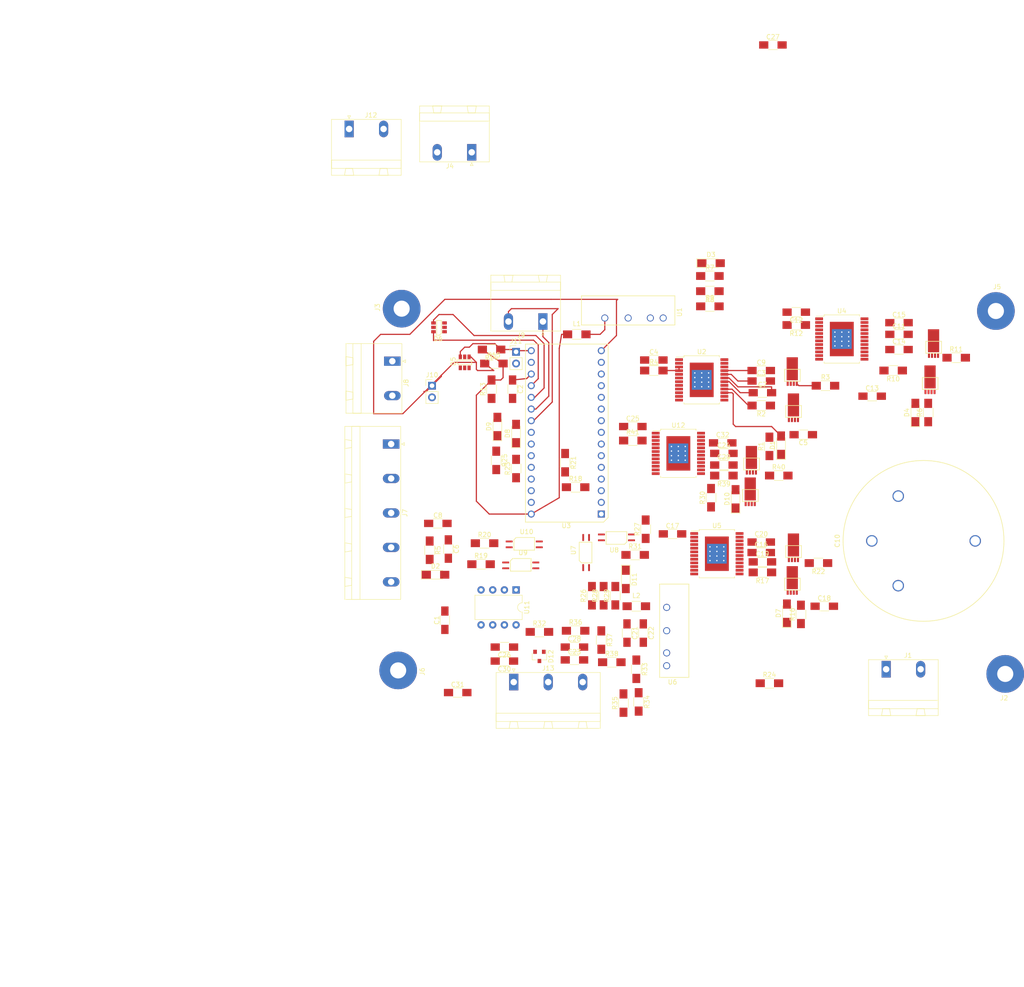
<source format=kicad_pcb>
(kicad_pcb (version 4) (host pcbnew 4.0.6)
  (layers (0 F.Cu signal) (31 B.Cu power) (34 B.Paste user) (35 F.Paste user) (36 B.SilkS user) (37 F.SilkS user) (38 B.Mask user) (39 F.Mask user) (44 Edge.Cuts user))
  (net 0 "")
  (net 1 Earth)
  (net 2 "Net-(C2-Pad1)")
  (net 3 "Net-(C3-Pad1)")
  (net 4 +48V)
  (net 5 "Net-(C5-Pad2)")
  (net 6 +5V)
  (net 7 EL_B)
  (net 8 "Net-(C7-Pad2)")
  (net 9 "Net-(C15-Pad1)")
  (net 10 EL_F)
  (net 11 "Net-(C18-Pad2)")
  (net 12 "Net-(C19-Pad2)")
  (net 13 "Net-(C20-Pad1)")
  (net 14 AZ_B)
  (net 15 "Net-(C24-Pad1)")
  (net 16 +5VD)
  (net 17 GNDD)
  (net 18 "Net-(C26-Pad1)")
  (net 19 AZ_F)
  (net 20 "Net-(D1-Pad1)")
  (net 21 "Net-(D2-Pad1)")
  (net 22 "Net-(D3-Pad1)")
  (net 23 "Net-(D4-Pad1)")
  (net 24 A1)
  (net 25 A0)
  (net 26 AZRTE)
  (net 27 ELRTE)
  (net 28 "Net-(D10-Pad1)")
  (net 29 "Net-(D11-Pad1)")
  (net 30 "Net-(L1-Pad2)")
  (net 31 "Net-(L2-Pad2)")
  (net 32 "Net-(R3-Pad2)")
  (net 33 "Net-(Q1-Pad4)")
  (net 34 "Net-(Q2-Pad4)")
  (net 35 "Net-(R7-Pad2)")
  (net 36 "Net-(R10-Pad2)")
  (net 37 "Net-(R11-Pad2)")
  (net 38 "Net-(Q3-Pad4)")
  (net 39 "Net-(Q4-Pad4)")
  (net 40 "Net-(Q5-Pad4)")
  (net 41 "Net-(R19-Pad2)")
  (net 42 RX)
  (net 43 EN)
  (net 44 TX)
  (net 45 "Net-(R22-Pad2)")
  (net 46 ISO_PWR_DET)
  (net 47 "Net-(Q6-Pad4)")
  (net 48 "Net-(R24-Pad2)")
  (net 49 "Net-(R26-Pad2)")
  (net 50 "Net-(R28-Pad2)")
  (net 51 "Net-(R29-Pad2)")
  (net 52 "Net-(R36-Pad2)")
  (net 53 "Net-(R39-Pad2)")
  (net 54 "Net-(Q7-Pad4)")
  (net 55 "Net-(R41-Pad2)")
  (net 56 "Net-(Q8-Pad4)")
  (net 57 "Net-(U2-Pad2)")
  (net 58 "Net-(U2-Pad7)")
  (net 59 "Net-(U2-Pad8)")
  (net 60 "Net-(U2-Pad9)")
  (net 61 "Net-(U2-Pad10)")
  (net 62 "Net-(U2-Pad11)")
  (net 63 "Net-(U2-Pad12)")
  (net 64 "Net-(U2-Pad13)")
  (net 65 "Net-(U2-Pad14)")
  (net 66 "Net-(U3-Pad17)")
  (net 67 "Net-(U4-Pad2)")
  (net 68 "Net-(U4-Pad7)")
  (net 69 "Net-(U4-Pad8)")
  (net 70 "Net-(U4-Pad9)")
  (net 71 "Net-(U4-Pad10)")
  (net 72 "Net-(U4-Pad11)")
  (net 73 "Net-(U4-Pad12)")
  (net 74 "Net-(U4-Pad13)")
  (net 75 "Net-(U4-Pad14)")
  (net 76 "Net-(U5-Pad2)")
  (net 77 "Net-(U5-Pad7)")
  (net 78 "Net-(U5-Pad8)")
  (net 79 "Net-(U5-Pad9)")
  (net 80 "Net-(U5-Pad10)")
  (net 81 "Net-(U5-Pad11)")
  (net 82 "Net-(U5-Pad12)")
  (net 83 "Net-(U5-Pad13)")
  (net 84 "Net-(U5-Pad14)")
  (net 85 "Net-(U12-Pad2)")
  (net 86 "Net-(U12-Pad7)")
  (net 87 "Net-(U12-Pad8)")
  (net 88 "Net-(U12-Pad9)")
  (net 89 "Net-(U12-Pad10)")
  (net 90 "Net-(U12-Pad11)")
  (net 91 "Net-(U12-Pad12)")
  (net 92 "Net-(U12-Pad13)")
  (net 93 "Net-(U12-Pad14)")
  (net 94 "Net-(C9-Pad1)")
  (net 95 "Net-(C9-Pad2)")
  (net 96 "Net-(C10-Pad4)")
  (net 97 "Net-(C10-Pad3)")
  (net 98 "Net-(C11-Pad1)")
  (net 99 "Net-(C13-Pad2)")
  (net 100 "Net-(C14-Pad2)")
  (net 101 "Net-(C15-Pad2)")
  (net 102 "Net-(C16-Pad1)")
  (net 103 "Net-(C20-Pad2)")
  (net 104 "Net-(C23-Pad1)")
  (net 105 "Net-(C27-Pad2)")
  (net 106 "Net-(C29-Pad2)")
  (net 107 "Net-(C32-Pad1)")
  (net 108 "Net-(C32-Pad2)")
  (net 109 C3)
  (net 110 C2)
  (net 111 C1)
  (net 112 C0)
  (net 113 "Net-(D7-Pad1)")
  (net 114 "Net-(D8-Pad1)")
  (net 115 RLED)
  (net 116 "Net-(D9-Pad1)")
  (net 117 TLED)
  (net 118 "Net-(J7-Pad1)")
  (net 119 "Net-(R2-Pad2)")
  (net 120 "Net-(R4-Pad2)")
  (net 121 "Net-(R8-Pad2)")
  (net 122 "Net-(R12-Pad2)")
  (net 123 "Net-(R17-Pad2)")
  (net 124 "Net-(R20-Pad2)")
  (net 125 "Net-(R27-Pad1)")
  (net 126 "Net-(R27-Pad2)")
  (net 127 "Net-(R33-Pad2)")
  (net 128 "Net-(R34-Pad2)")
  (net 129 "Net-(R37-Pad2)")
  (net 130 "Net-(R40-Pad2)")
  (net 131 ELBH)
  (net 132 ELBL)
  (net 133 "Net-(U3-Pad3)")
  (net 134 AZBH)
  (net 135 AZBL)
  (net 136 AZFH)
  (net 137 AZFL)
  (net 138 ELFH)
  (net 139 ELFL)
  (net 140 A6)
  (net 141 A7)
  (net 142 "Net-(U3-Pad27)")
  (net 143 "Net-(U3-Pad28)")
  (net 144 GND)
  (module Resistors_SMD:R_1206_HandSoldering (layer F.Cu) (at 111.252 33.02)
    (fp_text reference R3 (at 0 -1.85) (layer F.SilkS))
    (fp_text value 150)
    (pad 1 smd rect (at -2 0) (size 2 1.7) (layers F.Cu F.Paste F.Mask) (net 34 "Net-(Q2-Pad4)"))
    (pad 2 smd rect (at 2 0) (size 2 1.7) (layers F.Cu F.Paste F.Mask) (net 32 "Net-(R3-Pad2)"))
  )
  (module SOLAR_TRACKER:nano (layer F.Cu) (at 62.484 60.96 180)
    (fp_text reference U3 (at 7.62 -2.54 180) (layer F.SilkS))
    (fp_text value Nano)
    (pad 1 thru_hole rect (at 0 0 180) (size 1.524 1.524) (drill 1.016) (layers *.Cu *.Mask) (net 44 TX))
    (pad 2 thru_hole circle (at 0 2.54 180) (size 1.524 1.524) (drill 1.016) (layers *.Cu *.Mask) (net 42 RX))
    (pad 3 thru_hole circle (at 0 5.08 180) (size 1.524 1.524) (drill 1.016) (layers *.Cu *.Mask) (net 133 "Net-(U3-Pad3)"))
    (pad 4 thru_hole circle (at 0 7.62 180) (size 1.524 1.524) (drill 1.016) (layers *.Cu *.Mask) (net 144 GND))
    (pad 5 thru_hole circle (at 0 10.16 180) (size 1.524 1.524) (drill 1.016) (layers *.Cu *.Mask) (net 135 AZBL))
    (pad 6 thru_hole circle (at 0 12.7 180) (size 1.524 1.524) (drill 1.016) (layers *.Cu *.Mask) (net 134 AZBH))
    (pad 7 thru_hole circle (at 0 15.24 180) (size 1.524 1.524) (drill 1.016) (layers *.Cu *.Mask) (net 137 AZFL))
    (pad 8 thru_hole circle (at 0 17.78 180) (size 1.524 1.524) (drill 1.016) (layers *.Cu *.Mask) (net 136 AZFH))
    (pad 9 thru_hole circle (at 0 20.32 180) (size 1.524 1.524) (drill 1.016) (layers *.Cu *.Mask) (net 43 EN))
    (pad 10 thru_hole circle (at 0 22.86 180) (size 1.524 1.524) (drill 1.016) (layers *.Cu *.Mask) (net 46 ISO_PWR_DET))
    (pad 11 thru_hole circle (at 0 25.4 180) (size 1.524 1.524) (drill 1.016) (layers *.Cu *.Mask) (net 132 ELBL))
    (pad 12 thru_hole circle (at 0 27.94 180) (size 1.524 1.524) (drill 1.016) (layers *.Cu *.Mask) (net 131 ELBH))
    (pad 13 thru_hole circle (at 0 30.48 180) (size 1.524 1.524) (drill 1.016) (layers *.Cu *.Mask) (net 139 ELFL))
    (pad 14 thru_hole circle (at 0 33.02 180) (size 1.524 1.524) (drill 1.016) (layers *.Cu *.Mask) (net 138 ELFH))
    (pad 15 thru_hole circle (at 0 35.56 180) (size 1.524 1.524) (drill 1.016) (layers *.Cu *.Mask) (net 26 AZRTE))
    (pad 16 thru_hole circle (at 15.24 35.56 180) (size 1.524 1.524) (drill 1.016) (layers *.Cu *.Mask) (net 27 ELRTE))
    (pad 17 thru_hole circle (at 15.24 33.02 180) (size 1.524 1.524) (drill 1.016) (layers *.Cu *.Mask) (net 66 "Net-(U3-Pad17)"))
    (pad 18 thru_hole circle (at 15.24 30.48 180) (size 1.524 1.524) (drill 1.016) (layers *.Cu *.Mask) (net 2 "Net-(C2-Pad1)"))
    (pad 19 thru_hole circle (at 15.24 27.94 180) (size 1.524 1.524) (drill 1.016) (layers *.Cu *.Mask) (net 112 C0))
    (pad 20 thru_hole circle (at 15.24 25.4 180) (size 1.524 1.524) (drill 1.016) (layers *.Cu *.Mask) (net 111 C1))
    (pad 21 thru_hole circle (at 15.24 22.86 180) (size 1.524 1.524) (drill 1.016) (layers *.Cu *.Mask) (net 110 C2))
    (pad 22 thru_hole circle (at 15.24 20.32 180) (size 1.524 1.524) (drill 1.016) (layers *.Cu *.Mask) (net 109 C3))
    (pad 23 thru_hole circle (at 15.24 17.78 180) (size 1.524 1.524) (drill 1.016) (layers *.Cu *.Mask) (net 117 TLED))
    (pad 24 thru_hole circle (at 15.24 15.24 180) (size 1.524 1.524) (drill 1.016) (layers *.Cu *.Mask) (net 115 RLED))
    (pad 25 thru_hole circle (at 15.24 12.7 180) (size 1.524 1.524) (drill 1.016) (layers *.Cu *.Mask) (net 140 A6))
    (pad 26 thru_hole circle (at 15.24 10.16 180) (size 1.524 1.524) (drill 1.016) (layers *.Cu *.Mask) (net 141 A7))
    (pad 27 thru_hole circle (at 15.24 7.62 180) (size 1.524 1.524) (drill 1.016) (layers *.Cu *.Mask) (net 142 "Net-(U3-Pad27)"))
    (pad 28 thru_hole circle (at 15.24 5.08 180) (size 1.524 1.524) (drill 1.016) (layers *.Cu *.Mask) (net 143 "Net-(U3-Pad28)"))
    (pad 29 thru_hole circle (at 15.24 2.54 180) (size 1.524 1.524) (drill 1.016) (layers *.Cu *.Mask) (net 144 GND))
    (pad 30 thru_hole circle (at 15.24 0 180) (size 1.524 1.524) (drill 1.016) (layers *.Cu *.Mask) (net 6 +5V))
  )
  (module Capacitors_SMD:C_1206_HandSoldering (layer F.Cu) (at 28.448 84.074 90)
    (fp_text reference C1 (at 0 -1.75 90) (layer F.SilkS))
    (fp_text value 1u)
    (pad 1 smd rect (at -2 0 90) (size 2 1.6) (layers F.Cu F.Paste F.Mask) (net 6 +5V))
    (pad 2 smd rect (at 2 0 90) (size 2 1.6) (layers F.Cu F.Paste F.Mask) (net 144 GND))
  )
  (module Capacitors_SMD:C_1206_HandSoldering (layer F.Cu) (at 43.18 33.782 270)
    (fp_text reference C2 (at 0 -1.75 270) (layer F.SilkS))
    (fp_text value 1u)
    (pad 1 smd rect (at -2 0 270) (size 2 1.6) (layers F.Cu F.Paste F.Mask) (net 2 "Net-(C2-Pad1)"))
    (pad 2 smd rect (at 2 0 270) (size 2 1.6) (layers F.Cu F.Paste F.Mask) (net 144 GND))
  )
  (module Capacitors_SMD:C_1206_HandSoldering (layer F.Cu) (at 97.282 32.004)
    (fp_text reference C3 (at 0 -1.75) (layer F.SilkS))
    (fp_text value 1u)
    (pad 1 smd rect (at -2 0) (size 2 1.6) (layers F.Cu F.Paste F.Mask) (net 3 "Net-(C3-Pad1)"))
    (pad 2 smd rect (at 2 0) (size 2 1.6) (layers F.Cu F.Paste F.Mask) (net 144 GND))
  )
  (module Capacitors_SMD:C_1206_HandSoldering (layer F.Cu) (at 73.914 27.432)
    (fp_text reference C4 (at 0 -1.75) (layer F.SilkS))
    (fp_text value 0.1u)
    (pad 1 smd rect (at -2 0) (size 2 1.6) (layers F.Cu F.Paste F.Mask) (net 4 +48V))
    (pad 2 smd rect (at 2 0) (size 2 1.6) (layers F.Cu F.Paste F.Mask) (net 144 GND))
  )
  (module Capacitors_SMD:C_1206_HandSoldering (layer F.Cu) (at 106.426 43.688 180)
    (fp_text reference C5 (at 0 -1.75 180) (layer F.SilkS))
    (fp_text value 100n)
    (pad 1 smd rect (at -2 0 180) (size 2 1.6) (layers F.Cu F.Paste F.Mask) (net 4 +48V))
    (pad 2 smd rect (at 2 0 180) (size 2 1.6) (layers F.Cu F.Paste F.Mask) (net 5 "Net-(C5-Pad2)"))
  )
  (module Capacitors_SMD:C_1206_HandSoldering (layer F.Cu) (at 29.21 68.58 270)
    (fp_text reference C6 (at 0 -1.75 270) (layer F.SilkS))
    (fp_text value 10u)
    (pad 1 smd rect (at -2 0 270) (size 2 1.6) (layers F.Cu F.Paste F.Mask) (net 6 +5V))
    (pad 2 smd rect (at 2 0 270) (size 2 1.6) (layers F.Cu F.Paste F.Mask) (net 144 GND))
  )
  (module Capacitors_SMD:C_1206_HandSoldering (layer F.Cu) (at 97.536 34.544)
    (fp_text reference C7 (at 0 -1.75) (layer F.SilkS))
    (fp_text value 0.015u)
    (pad 1 smd rect (at -2 0) (size 2 1.6) (layers F.Cu F.Paste F.Mask) (net 7 EL_B))
    (pad 2 smd rect (at 2 0) (size 2 1.6) (layers F.Cu F.Paste F.Mask) (net 8 "Net-(C7-Pad2)"))
  )
  (module Capacitors_SMD:C_1206_HandSoldering (layer F.Cu) (at 26.924 62.992)
    (fp_text reference C8 (at 0 -1.75) (layer F.SilkS))
    (fp_text value 0.1u)
    (pad 1 smd rect (at -2 0) (size 2 1.6) (layers F.Cu F.Paste F.Mask) (net 6 +5V))
    (pad 2 smd rect (at 2 0) (size 2 1.6) (layers F.Cu F.Paste F.Mask) (net 144 GND))
  )
  (module Capacitors_SMD:C_1206_HandSoldering (layer F.Cu) (at 127.254 21.844)
    (fp_text reference C11 (at 0 -1.75) (layer F.SilkS))
    (fp_text value 1u)
    (pad 1 smd rect (at -2 0) (size 2 1.6) (layers F.Cu F.Paste F.Mask) (net 98 "Net-(C11-Pad1)"))
    (pad 2 smd rect (at 2 0) (size 2 1.6) (layers F.Cu F.Paste F.Mask) (net 144 GND))
  )
  (module Capacitors_SMD:C_1206_HandSoldering (layer F.Cu) (at 104.902 17.018 180)
    (fp_text reference C12 (at 0 -1.75 180) (layer F.SilkS))
    (fp_text value 0.1u)
    (pad 1 smd rect (at -2 0 180) (size 2 1.6) (layers F.Cu F.Paste F.Mask) (net 4 +48V))
    (pad 2 smd rect (at 2 0 180) (size 2 1.6) (layers F.Cu F.Paste F.Mask) (net 144 GND))
  )
  (module Capacitors_SMD:C_1206_HandSoldering (layer F.Cu) (at 121.412 35.306)
    (fp_text reference C13 (at 0 -1.75) (layer F.SilkS))
    (fp_text value 100n)
    (pad 1 smd rect (at -2 0) (size 2 1.6) (layers F.Cu F.Paste F.Mask) (net 4 +48V))
    (pad 2 smd rect (at 2 0) (size 2 1.6) (layers F.Cu F.Paste F.Mask) (net 99 "Net-(C13-Pad2)"))
  )
  (module Capacitors_SMD:C_1206_HandSoldering (layer F.Cu) (at 127.254 25.146)
    (fp_text reference C14 (at 0 -1.75) (layer F.SilkS))
    (fp_text value 0.015u)
    (pad 1 smd rect (at -2 0) (size 2 1.6) (layers F.Cu F.Paste F.Mask) (net 10 EL_F))
    (pad 2 smd rect (at 2 0) (size 2 1.6) (layers F.Cu F.Paste F.Mask) (net 100 "Net-(C14-Pad2)"))
  )
  (module Capacitors_SMD:C_1206_HandSoldering (layer F.Cu) (at 127.254 19.304)
    (fp_text reference C15 (at 0 -1.75) (layer F.SilkS))
    (fp_text value 0.47u)
    (pad 1 smd rect (at -2 0) (size 2 1.6) (layers F.Cu F.Paste F.Mask) (net 9 "Net-(C15-Pad1)"))
    (pad 2 smd rect (at 2 0) (size 2 1.6) (layers F.Cu F.Paste F.Mask) (net 101 "Net-(C15-Pad2)"))
  )
  (module Capacitors_SMD:C_1206_HandSoldering (layer F.Cu) (at 97.282 69.342)
    (fp_text reference C16 (at 0 -1.75) (layer F.SilkS))
    (fp_text value 1u)
    (pad 1 smd rect (at -2 0) (size 2 1.6) (layers F.Cu F.Paste F.Mask) (net 102 "Net-(C16-Pad1)"))
    (pad 2 smd rect (at 2 0) (size 2 1.6) (layers F.Cu F.Paste F.Mask) (net 144 GND))
  )
  (module Capacitors_SMD:C_1206_HandSoldering (layer F.Cu) (at 77.978 65.278)
    (fp_text reference C17 (at 0 -1.75) (layer F.SilkS))
    (fp_text value 0.1u)
    (pad 1 smd rect (at -2 0) (size 2 1.6) (layers F.Cu F.Paste F.Mask) (net 4 +48V))
    (pad 2 smd rect (at 2 0) (size 2 1.6) (layers F.Cu F.Paste F.Mask) (net 144 GND))
  )
  (module Capacitors_SMD:C_1206_HandSoldering (layer F.Cu) (at 110.998 81.026)
    (fp_text reference C18 (at 0 -1.75) (layer F.SilkS))
    (fp_text value 100n)
    (pad 1 smd rect (at -2 0) (size 2 1.6) (layers F.Cu F.Paste F.Mask) (net 4 +48V))
    (pad 2 smd rect (at 2 0) (size 2 1.6) (layers F.Cu F.Paste F.Mask) (net 11 "Net-(C18-Pad2)"))
  )
  (module Capacitors_SMD:C_1206_HandSoldering (layer F.Cu) (at 97.536 71.374)
    (fp_text reference C19 (at 0 -1.75) (layer F.SilkS))
    (fp_text value 0.015u)
    (pad 1 smd rect (at -2 0) (size 2 1.6) (layers F.Cu F.Paste F.Mask) (net 14 AZ_B))
    (pad 2 smd rect (at 2 0) (size 2 1.6) (layers F.Cu F.Paste F.Mask) (net 12 "Net-(C19-Pad2)"))
  )
  (module Capacitors_SMD:C_1206_HandSoldering (layer F.Cu) (at 97.282 67.056)
    (fp_text reference C20 (at 0 -1.75) (layer F.SilkS))
    (fp_text value 0.47u)
    (pad 1 smd rect (at -2 0) (size 2 1.6) (layers F.Cu F.Paste F.Mask) (net 13 "Net-(C20-Pad1)"))
    (pad 2 smd rect (at 2 0) (size 2 1.6) (layers F.Cu F.Paste F.Mask) (net 103 "Net-(C20-Pad2)"))
  )
  (module Capacitors_SMD:C_1206_HandSoldering (layer F.Cu) (at 68.072 86.868 270)
    (fp_text reference C21 (at 0 -1.75 270) (layer F.SilkS))
    (fp_text value 10u)
    (pad 1 smd rect (at -2 0 270) (size 2 1.6) (layers F.Cu F.Paste F.Mask) (net 16 +5VD))
    (pad 2 smd rect (at 2 0 270) (size 2 1.6) (layers F.Cu F.Paste F.Mask) (net 17 GNDD))
  )
  (module Capacitors_SMD:C_1206_HandSoldering (layer F.Cu) (at 71.628 86.868 270)
    (fp_text reference C22 (at 0 -1.75 270) (layer F.SilkS))
    (fp_text value 0.1u)
    (pad 1 smd rect (at -2 0 270) (size 2 1.6) (layers F.Cu F.Paste F.Mask) (net 16 +5VD))
    (pad 2 smd rect (at 2 0 270) (size 2 1.6) (layers F.Cu F.Paste F.Mask) (net 17 GNDD))
  )
  (module Capacitors_SMD:C_1206_HandSoldering (layer F.Cu) (at 56.642 92.71)
    (fp_text reference C23 (at 0 -1.75) (layer F.SilkS))
    (fp_text value 100pF)
    (pad 1 smd rect (at -2 0) (size 2 1.6) (layers F.Cu F.Paste F.Mask) (net 104 "Net-(C23-Pad1)"))
    (pad 2 smd rect (at 2 0) (size 2 1.6) (layers F.Cu F.Paste F.Mask) (net 17 GNDD))
  )
  (module Capacitors_SMD:C_1206_HandSoldering (layer F.Cu) (at 89.154 47.752)
    (fp_text reference C24 (at 0 -1.75) (layer F.SilkS))
    (fp_text value 1u)
    (pad 1 smd rect (at -2 0) (size 2 1.6) (layers F.Cu F.Paste F.Mask) (net 15 "Net-(C24-Pad1)"))
    (pad 2 smd rect (at 2 0) (size 2 1.6) (layers F.Cu F.Paste F.Mask) (net 144 GND))
  )
  (module Capacitors_SMD:C_1206_HandSoldering (layer F.Cu) (at 69.342 41.91)
    (fp_text reference C25 (at 0 -1.75) (layer F.SilkS))
    (fp_text value 0.1u)
    (pad 1 smd rect (at -2 0) (size 2 1.6) (layers F.Cu F.Paste F.Mask) (net 4 +48V))
    (pad 2 smd rect (at 2 0) (size 2 1.6) (layers F.Cu F.Paste F.Mask) (net 144 GND))
  )
  (module Capacitors_SMD:C_1206_HandSoldering (layer F.Cu) (at 41.402 89.916 180)
    (fp_text reference C26 (at 0 -1.75 180) (layer F.SilkS))
    (fp_text value 100pF)
    (pad 1 smd rect (at -2 0 180) (size 2 1.6) (layers F.Cu F.Paste F.Mask) (net 18 "Net-(C26-Pad1)"))
    (pad 2 smd rect (at 2 0 180) (size 2 1.6) (layers F.Cu F.Paste F.Mask) (net 17 GNDD))
  )
  (module Capacitors_SMD:C_1206_HandSoldering (layer F.Cu) (at 99.822 -41.148)
    (fp_text reference C27 (at 0 -1.75) (layer F.SilkS))
    (fp_text value 100n)
    (pad 1 smd rect (at -2 0) (size 2 1.6) (layers F.Cu F.Paste F.Mask) (net 4 +48V))
    (pad 2 smd rect (at 2 0) (size 2 1.6) (layers F.Cu F.Paste F.Mask) (net 105 "Net-(C27-Pad2)"))
  )
  (module Capacitors_SMD:C_1206_HandSoldering (layer F.Cu) (at 56.642 89.916)
    (fp_text reference C28 (at 0 -1.75) (layer F.SilkS))
    (fp_text value 1000pF)
    (pad 1 smd rect (at -2 0) (size 2 1.6) (layers F.Cu F.Paste F.Mask) (net 104 "Net-(C23-Pad1)"))
    (pad 2 smd rect (at 2 0) (size 2 1.6) (layers F.Cu F.Paste F.Mask) (net 1 Earth))
  )
  (module Capacitors_SMD:C_1206_HandSoldering (layer F.Cu) (at 89.154 50.292)
    (fp_text reference C29 (at 0 -1.75) (layer F.SilkS))
    (fp_text value 0.015u)
    (pad 1 smd rect (at -2 0) (size 2 1.6) (layers F.Cu F.Paste F.Mask) (net 19 AZ_F))
    (pad 2 smd rect (at 2 0) (size 2 1.6) (layers F.Cu F.Paste F.Mask) (net 106 "Net-(C29-Pad2)"))
  )
  (module Capacitors_SMD:C_1206_HandSoldering (layer F.Cu) (at 41.402 92.964 180)
    (fp_text reference C30 (at 0 -1.75 180) (layer F.SilkS))
    (fp_text value 1000pF)
    (pad 1 smd rect (at -2 0 180) (size 2 1.6) (layers F.Cu F.Paste F.Mask) (net 18 "Net-(C26-Pad1)"))
    (pad 2 smd rect (at 2 0 180) (size 2 1.6) (layers F.Cu F.Paste F.Mask) (net 1 Earth))
  )
  (module Capacitors_SMD:C_1206_HandSoldering (layer F.Cu) (at 31.242 99.822)
    (fp_text reference C31 (at 0 -1.75) (layer F.SilkS))
    (fp_text value 1u)
    (pad 1 smd rect (at -2 0) (size 2 1.6) (layers F.Cu F.Paste F.Mask) (net 17 GNDD))
    (pad 2 smd rect (at 2 0) (size 2 1.6) (layers F.Cu F.Paste F.Mask) (net 1 Earth))
  )
  (module Capacitors_SMD:C_1206_HandSoldering (layer F.Cu) (at 88.9 45.466)
    (fp_text reference C32 (at 0 -1.75) (layer F.SilkS))
    (fp_text value 0.47u)
    (pad 1 smd rect (at -2 0) (size 2 1.6) (layers F.Cu F.Paste F.Mask) (net 107 "Net-(C32-Pad1)"))
    (pad 2 smd rect (at 2 0) (size 2 1.6) (layers F.Cu F.Paste F.Mask) (net 108 "Net-(C32-Pad2)"))
  )
  (module LEDs:LED_1206_HandSoldering (layer F.Cu) (at 101.6 45.974 90)
    (fp_text reference D1 (at 0 -1.85 90) (layer F.SilkS))
    (fp_text value EL_BW)
    (pad 1 smd rect (at -2 0 90) (size 2 1.7) (layers F.Cu F.Paste F.Mask) (net 20 "Net-(D1-Pad1)"))
    (pad 2 smd rect (at 2 0 90) (size 2 1.7) (layers F.Cu F.Paste F.Mask) (net 5 "Net-(C5-Pad2)"))
  )
  (module LEDs:LED_1206_HandSoldering (layer F.Cu) (at 86.36 6.35)
    (fp_text reference D3 (at 0 -1.85) (layer F.SilkS))
    (fp_text value +48V)
    (pad 1 smd rect (at -2 0) (size 2 1.7) (layers F.Cu F.Paste F.Mask) (net 22 "Net-(D3-Pad1)"))
    (pad 2 smd rect (at 2 0) (size 2 1.7) (layers F.Cu F.Paste F.Mask) (net 4 +48V))
  )
  (module LEDs:LED_1206_HandSoldering (layer F.Cu) (at 130.81 38.862 90)
    (fp_text reference D4 (at 0 -1.85 90) (layer F.SilkS))
    (fp_text value EL_FW)
    (pad 1 smd rect (at -2 0 90) (size 2 1.7) (layers F.Cu F.Paste F.Mask) (net 23 "Net-(D4-Pad1)"))
    (pad 2 smd rect (at 2 0 90) (size 2 1.7) (layers F.Cu F.Paste F.Mask) (net 99 "Net-(C13-Pad2)"))
  )
  (module LEDs:LED_1206_HandSoldering (layer F.Cu) (at 91.694 57.658 90)
    (fp_text reference D10 (at 0 -1.85 90) (layer F.SilkS))
    (fp_text value AZ_FW)
    (pad 1 smd rect (at -2 0 90) (size 2 1.7) (layers F.Cu F.Paste F.Mask) (net 28 "Net-(D10-Pad1)"))
    (pad 2 smd rect (at 2 0 90) (size 2 1.7) (layers F.Cu F.Paste F.Mask) (net 105 "Net-(C27-Pad2)"))
  )
  (module LEDs:LED_1206_HandSoldering (layer F.Cu) (at 67.818 75.184 270)
    (fp_text reference D11 (at 0 -1.85 270) (layer F.SilkS))
    (fp_text value +5V_ISO)
    (pad 1 smd rect (at -2 0 270) (size 2 1.7) (layers F.Cu F.Paste F.Mask) (net 29 "Net-(D11-Pad1)"))
    (pad 2 smd rect (at 2 0 270) (size 2 1.7) (layers F.Cu F.Paste F.Mask) (net 16 +5VD))
  )
  (module Connectors_Phoenix:PhoenixContact_GMSTBA-G_02x7.50mm_Angled (layer F.Cu) (at 124.46 94.742)
    (fp_text reference J1 (at 4.75 -3) (layer F.SilkS))
    (fp_text value +48V)
    (pad 1 thru_hole rect (at 0 0) (size 2 3.6) (drill 1.4) (layers *.Cu *.Mask) (net 4 +48V))
    (pad 2 thru_hole oval (at 7.5 0) (size 2 3.6) (drill 1.4) (layers *.Cu *.Mask) (net 144 GND))
  )
  (module Connectors_Phoenix:PhoenixContact_GMSTBA-G_02x7.50mm_Angled (layer F.Cu) (at 17.018 27.686 270)
    (fp_text reference J8 (at 4.75 -3 270) (layer F.SilkS))
    (fp_text value GPIO)
    (pad 1 thru_hole rect (at 0 0 270) (size 2 3.6) (drill 1.4) (layers *.Cu *.Mask) (net 111 C1))
    (pad 2 thru_hole oval (at 7.5 0 270) (size 2 3.6) (drill 1.4) (layers *.Cu *.Mask) (net 112 C0))
  )
  (module Inductors_SMD:L_1206_HandSoldering (layer F.Cu) (at 57.15 21.844)
    (fp_text reference L1 (at 0 -2.3) (layer F.SilkS))
    (fp_text value "10 uH")
    (pad 1 smd rect (at -2 0) (size 2 1.7) (layers F.Cu F.Paste F.Mask) (net 6 +5V))
    (pad 2 smd rect (at 2 0) (size 2 1.7) (layers F.Cu F.Paste F.Mask) (net 30 "Net-(L1-Pad2)"))
  )
  (module Inductors_SMD:L_1206_HandSoldering (layer F.Cu) (at 70.104 81.026)
    (fp_text reference L2 (at 0 -2.3) (layer F.SilkS))
    (fp_text value "10 uH")
    (pad 1 smd rect (at -2 0) (size 2 1.7) (layers F.Cu F.Paste F.Mask) (net 16 +5VD))
    (pad 2 smd rect (at 2 0) (size 2 1.7) (layers F.Cu F.Paste F.Mask) (net 31 "Net-(L2-Pad2)"))
  )
  (module Resistors_SMD:R_1206_HandSoldering (layer F.Cu) (at 99.06 46.228 90)
    (fp_text reference R1 (at 0 -1.85 90) (layer F.SilkS))
    (fp_text value 150)
    (pad 1 smd rect (at -2 0 90) (size 2 1.7) (layers F.Cu F.Paste F.Mask) (net 20 "Net-(D1-Pad1)"))
    (pad 2 smd rect (at 2 0 90) (size 2 1.7) (layers F.Cu F.Paste F.Mask) (net 144 GND))
  )
  (module Resistors_SMD:R_1206_HandSoldering (layer F.Cu) (at 97.282 37.338 180)
    (fp_text reference R2 (at 0 -1.85 180) (layer F.SilkS))
    (fp_text value 150)
    (pad 1 smd rect (at -2 0 180) (size 2 1.7) (layers F.Cu F.Paste F.Mask) (net 33 "Net-(Q1-Pad4)"))
    (pad 2 smd rect (at 2 0 180) (size 2 1.7) (layers F.Cu F.Paste F.Mask) (net 119 "Net-(R2-Pad2)"))
  )
  (module Resistors_SMD:R_1206_HandSoldering (layer F.Cu) (at 73.914 29.718)
    (fp_text reference R4 (at 0 -1.85) (layer F.SilkS))
    (fp_text value 1K)
    (pad 1 smd rect (at -2 0) (size 2 1.7) (layers F.Cu F.Paste F.Mask) (net 4 +48V))
    (pad 2 smd rect (at 2 0) (size 2 1.7) (layers F.Cu F.Paste F.Mask) (net 120 "Net-(R4-Pad2)"))
  )
  (module Resistors_SMD:R_1206_HandSoldering (layer F.Cu) (at 25.146 68.834 270)
    (fp_text reference R5 (at 0 -1.85 270) (layer F.SilkS))
    (fp_text value 150)
    (pad 1 smd rect (at -2 0 270) (size 2 1.7) (layers F.Cu F.Paste F.Mask) (net 21 "Net-(D2-Pad1)"))
    (pad 2 smd rect (at 2 0 270) (size 2 1.7) (layers F.Cu F.Paste F.Mask) (net 144 GND))
  )
  (module Resistors_SMD:R_1206_HandSoldering (layer F.Cu) (at 133.604 38.862 90)
    (fp_text reference R6 (at 0 -1.85 90) (layer F.SilkS))
    (fp_text value 150)
    (pad 1 smd rect (at -2 0 90) (size 2 1.7) (layers F.Cu F.Paste F.Mask) (net 23 "Net-(D4-Pad1)"))
    (pad 2 smd rect (at 2 0 90) (size 2 1.7) (layers F.Cu F.Paste F.Mask) (net 144 GND))
  )
  (module Resistors_SMD:R_1206_HandSoldering (layer F.Cu) (at 86.106 9.144)
    (fp_text reference R7 (at 0 -1.85) (layer F.SilkS))
    (fp_text value 1K)
    (pad 1 smd rect (at -2 0) (size 2 1.7) (layers F.Cu F.Paste F.Mask) (net 22 "Net-(D3-Pad1)"))
    (pad 2 smd rect (at 2 0) (size 2 1.7) (layers F.Cu F.Paste F.Mask) (net 35 "Net-(R7-Pad2)"))
  )
  (module Resistors_SMD:R_1206_HandSoldering (layer F.Cu) (at 86.106 12.446 180)
    (fp_text reference R8 (at 0 -1.85 180) (layer F.SilkS))
    (fp_text value 1K)
    (pad 1 smd rect (at -2 0 180) (size 2 1.7) (layers F.Cu F.Paste F.Mask) (net 35 "Net-(R7-Pad2)"))
    (pad 2 smd rect (at 2 0 180) (size 2 1.7) (layers F.Cu F.Paste F.Mask) (net 121 "Net-(R8-Pad2)"))
  )
  (module Resistors_SMD:R_1206_HandSoldering (layer F.Cu) (at 86.106 15.748)
    (fp_text reference R9 (at 0 -1.85) (layer F.SilkS))
    (fp_text value 1K)
    (pad 1 smd rect (at -2 0) (size 2 1.7) (layers F.Cu F.Paste F.Mask) (net 121 "Net-(R8-Pad2)"))
    (pad 2 smd rect (at 2 0) (size 2 1.7) (layers F.Cu F.Paste F.Mask) (net 144 GND))
  )
  (module Resistors_SMD:R_1206_HandSoldering (layer F.Cu) (at 125.984 29.718 180)
    (fp_text reference R10 (at 0 -1.85 180) (layer F.SilkS))
    (fp_text value 150)
    (pad 1 smd rect (at -2 0 180) (size 2 1.7) (layers F.Cu F.Paste F.Mask) (net 38 "Net-(Q3-Pad4)"))
    (pad 2 smd rect (at 2 0 180) (size 2 1.7) (layers F.Cu F.Paste F.Mask) (net 36 "Net-(R10-Pad2)"))
  )
  (module Resistors_SMD:R_1206_HandSoldering (layer F.Cu) (at 139.7 26.924)
    (fp_text reference R11 (at 0 -1.85) (layer F.SilkS))
    (fp_text value 150)
    (pad 1 smd rect (at -2 0) (size 2 1.7) (layers F.Cu F.Paste F.Mask) (net 39 "Net-(Q4-Pad4)"))
    (pad 2 smd rect (at 2 0) (size 2 1.7) (layers F.Cu F.Paste F.Mask) (net 37 "Net-(R11-Pad2)"))
  )
  (module Resistors_SMD:R_1206_HandSoldering (layer F.Cu) (at 104.902 19.812 180)
    (fp_text reference R12 (at 0 -1.85 180) (layer F.SilkS))
    (fp_text value 1K)
    (pad 1 smd rect (at -2 0 180) (size 2 1.7) (layers F.Cu F.Paste F.Mask) (net 4 +48V))
    (pad 2 smd rect (at 2 0 180) (size 2 1.7) (layers F.Cu F.Paste F.Mask) (net 122 "Net-(R12-Pad2)"))
  )
  (module Resistors_SMD:R_1206_HandSoldering (layer F.Cu) (at 38.608 33.782 90)
    (fp_text reference R13 (at 0 -1.85 90) (layer F.SilkS))
    (fp_text value 150)
    (pad 1 smd rect (at -2 0 90) (size 2 1.7) (layers F.Cu F.Paste F.Mask) (net 118 "Net-(J7-Pad1)"))
    (pad 2 smd rect (at 2 0 90) (size 2 1.7) (layers F.Cu F.Paste F.Mask) (net 6 +5V))
  )
  (module Resistors_SMD:R_1206_HandSoldering (layer F.Cu) (at 38.608 25.146 180)
    (fp_text reference R14 (at 0 -1.85 180) (layer F.SilkS))
    (fp_text value 1K)
    (pad 1 smd rect (at -2 0 180) (size 2 1.7) (layers F.Cu F.Paste F.Mask) (net 27 ELRTE))
    (pad 2 smd rect (at 2 0 180) (size 2 1.7) (layers F.Cu F.Paste F.Mask) (net 6 +5V))
  )
  (module Resistors_SMD:R_1206_HandSoldering (layer F.Cu) (at 39.116 28.194)
    (fp_text reference R15 (at 0 -1.85) (layer F.SilkS))
    (fp_text value 1K)
    (pad 1 smd rect (at -2 0) (size 2 1.7) (layers F.Cu F.Paste F.Mask) (net 26 AZRTE))
    (pad 2 smd rect (at 2 0) (size 2 1.7) (layers F.Cu F.Paste F.Mask) (net 6 +5V))
  )
  (module Resistors_SMD:R_1206_HandSoldering (layer F.Cu) (at 105.918 82.804 90)
    (fp_text reference R16 (at 0 -1.85 90) (layer F.SilkS))
    (fp_text value 150)
    (pad 1 smd rect (at -2 0 90) (size 2 1.7) (layers F.Cu F.Paste F.Mask) (net 113 "Net-(D7-Pad1)"))
    (pad 2 smd rect (at 2 0 90) (size 2 1.7) (layers F.Cu F.Paste F.Mask) (net 144 GND))
  )
  (module Resistors_SMD:R_1206_HandSoldering (layer F.Cu) (at 97.536 73.66 180)
    (fp_text reference R17 (at 0 -1.85 180) (layer F.SilkS))
    (fp_text value 150)
    (pad 1 smd rect (at -2 0 180) (size 2 1.7) (layers F.Cu F.Paste F.Mask) (net 40 "Net-(Q5-Pad4)"))
    (pad 2 smd rect (at 2 0 180) (size 2 1.7) (layers F.Cu F.Paste F.Mask) (net 123 "Net-(R17-Pad2)"))
  )
  (module Resistors_SMD:R_1206_HandSoldering (layer F.Cu) (at 56.896 55.118)
    (fp_text reference R18 (at 0 -1.85) (layer F.SilkS))
    (fp_text value 1K)
    (pad 1 smd rect (at -2 0) (size 2 1.7) (layers F.Cu F.Paste F.Mask) (net 6 +5V))
    (pad 2 smd rect (at 2 0) (size 2 1.7) (layers F.Cu F.Paste F.Mask) (net 42 RX))
  )
  (module Resistors_SMD:R_1206_HandSoldering (layer F.Cu) (at 36.322 71.882)
    (fp_text reference R19 (at 0 -1.85) (layer F.SilkS))
    (fp_text value 150)
    (pad 1 smd rect (at -2 0) (size 2 1.7) (layers F.Cu F.Paste F.Mask) (net 43 EN))
    (pad 2 smd rect (at 2 0) (size 2 1.7) (layers F.Cu F.Paste F.Mask) (net 41 "Net-(R19-Pad2)"))
  )
  (module Resistors_SMD:R_1206_HandSoldering (layer F.Cu) (at 37.084 67.31)
    (fp_text reference R20 (at 0 -1.85) (layer F.SilkS))
    (fp_text value 150)
    (pad 1 smd rect (at -2 0) (size 2 1.7) (layers F.Cu F.Paste F.Mask) (net 44 TX))
    (pad 2 smd rect (at 2 0) (size 2 1.7) (layers F.Cu F.Paste F.Mask) (net 124 "Net-(R20-Pad2)"))
  )
  (module Resistors_SMD:R_1206_HandSoldering (layer F.Cu) (at 54.61 49.784 270)
    (fp_text reference R21 (at 0 -1.85 270) (layer F.SilkS))
    (fp_text value 1K)
    (pad 1 smd rect (at -2 0 270) (size 2 1.7) (layers F.Cu F.Paste F.Mask) (net 6 +5V))
    (pad 2 smd rect (at 2 0 270) (size 2 1.7) (layers F.Cu F.Paste F.Mask) (net 46 ISO_PWR_DET))
  )
  (module Resistors_SMD:R_1206_HandSoldering (layer F.Cu) (at 109.728 71.628 180)
    (fp_text reference R22 (at 0 -1.85 180) (layer F.SilkS))
    (fp_text value 150)
    (pad 1 smd rect (at -2 0 180) (size 2 1.7) (layers F.Cu F.Paste F.Mask) (net 47 "Net-(Q6-Pad4)"))
    (pad 2 smd rect (at 2 0 180) (size 2 1.7) (layers F.Cu F.Paste F.Mask) (net 45 "Net-(R22-Pad2)"))
  )
  (module Resistors_SMD:R_1206_HandSoldering (layer F.Cu) (at 43.942 51.054 90)
    (fp_text reference R23 (at 0 -1.85 90) (layer F.SilkS))
    (fp_text value 150)
    (pad 1 smd rect (at -2 0 90) (size 2 1.7) (layers F.Cu F.Paste F.Mask) (net 114 "Net-(D8-Pad1)"))
    (pad 2 smd rect (at 2 0 90) (size 2 1.7) (layers F.Cu F.Paste F.Mask) (net 144 GND))
  )
  (module Resistors_SMD:R_1206_HandSoldering (layer F.Cu) (at 99.06 97.79)
    (fp_text reference R24 (at 0 -1.85) (layer F.SilkS))
    (fp_text value 1K)
    (pad 1 smd rect (at -2 0) (size 2 1.7) (layers F.Cu F.Paste F.Mask) (net 4 +48V))
    (pad 2 smd rect (at 2 0) (size 2 1.7) (layers F.Cu F.Paste F.Mask) (net 48 "Net-(R24-Pad2)"))
  )
  (module Resistors_SMD:R_1206_HandSoldering (layer F.Cu) (at 39.624 49.276 270)
    (fp_text reference R25 (at 0 -1.85 270) (layer F.SilkS))
    (fp_text value 150)
    (pad 1 smd rect (at -2 0 270) (size 2 1.7) (layers F.Cu F.Paste F.Mask) (net 116 "Net-(D9-Pad1)"))
    (pad 2 smd rect (at 2 0 270) (size 2 1.7) (layers F.Cu F.Paste F.Mask) (net 144 GND))
  )
  (module Resistors_SMD:R_1206_HandSoldering (layer F.Cu) (at 60.452 78.74 90)
    (fp_text reference R26 (at 0 -1.85 90) (layer F.SilkS))
    (fp_text value 150)
    (pad 1 smd rect (at -2 0 90) (size 2 1.7) (layers F.Cu F.Paste F.Mask) (net 16 +5VD))
    (pad 2 smd rect (at 2 0 90) (size 2 1.7) (layers F.Cu F.Paste F.Mask) (net 49 "Net-(R26-Pad2)"))
  )
  (module Resistors_SMD:R_1206_HandSoldering (layer F.Cu) (at 72.136 64.262 90)
    (fp_text reference R27 (at 0 -1.85 90) (layer F.SilkS))
    (fp_text value 150)
    (pad 1 smd rect (at -2 0 90) (size 2 1.7) (layers F.Cu F.Paste F.Mask) (net 125 "Net-(R27-Pad1)"))
    (pad 2 smd rect (at 2 0 90) (size 2 1.7) (layers F.Cu F.Paste F.Mask) (net 126 "Net-(R27-Pad2)"))
  )
  (module Resistors_SMD:R_1206_HandSoldering (layer F.Cu) (at 62.992 78.74 90)
    (fp_text reference R28 (at 0 -1.85 90) (layer F.SilkS))
    (fp_text value 1K)
    (pad 1 smd rect (at -2 0 90) (size 2 1.7) (layers F.Cu F.Paste F.Mask) (net 16 +5VD))
    (pad 2 smd rect (at 2 0 90) (size 2 1.7) (layers F.Cu F.Paste F.Mask) (net 50 "Net-(R28-Pad2)"))
  )
  (module Resistors_SMD:R_1206_HandSoldering (layer F.Cu) (at 65.532 78.74 90)
    (fp_text reference R29 (at 0 -1.85 90) (layer F.SilkS))
    (fp_text value 1K)
    (pad 1 smd rect (at -2 0 90) (size 2 1.7) (layers F.Cu F.Paste F.Mask) (net 16 +5VD))
    (pad 2 smd rect (at 2 0 90) (size 2 1.7) (layers F.Cu F.Paste F.Mask) (net 51 "Net-(R29-Pad2)"))
  )
  (module Resistors_SMD:R_1206_HandSoldering (layer F.Cu) (at 86.36 57.404 90)
    (fp_text reference R30 (at 0 -1.85 90) (layer F.SilkS))
    (fp_text value 150)
    (pad 1 smd rect (at -2 0 90) (size 2 1.7) (layers F.Cu F.Paste F.Mask) (net 28 "Net-(D10-Pad1)"))
    (pad 2 smd rect (at 2 0 90) (size 2 1.7) (layers F.Cu F.Paste F.Mask) (net 144 GND))
  )
  (module Resistors_SMD:R_1206_HandSoldering (layer F.Cu) (at 69.85 69.85)
    (fp_text reference R31 (at 0 -1.85) (layer F.SilkS))
    (fp_text value 150)
    (pad 1 smd rect (at -2 0) (size 2 1.7) (layers F.Cu F.Paste F.Mask) (net 29 "Net-(D11-Pad1)"))
    (pad 2 smd rect (at 2 0) (size 2 1.7) (layers F.Cu F.Paste F.Mask) (net 17 GNDD))
  )
  (module Resistors_SMD:R_1206_HandSoldering (layer F.Cu) (at 49.022 86.614)
    (fp_text reference R32 (at 0 -1.85) (layer F.SilkS))
    (fp_text value 150)
    (pad 1 smd rect (at -2 0) (size 2 1.7) (layers F.Cu F.Paste F.Mask) (net 18 "Net-(C26-Pad1)"))
    (pad 2 smd rect (at 2 0) (size 2 1.7) (layers F.Cu F.Paste F.Mask) (net 104 "Net-(C23-Pad1)"))
  )
  (module Resistors_SMD:R_1206_HandSoldering (layer F.Cu) (at 70.104 94.742 270)
    (fp_text reference R33 (at 0 -1.85 270) (layer F.SilkS))
    (fp_text value 150)
    (pad 1 smd rect (at -2 0 270) (size 2 1.7) (layers F.Cu F.Paste F.Mask) (net 16 +5VD))
    (pad 2 smd rect (at 2 0 270) (size 2 1.7) (layers F.Cu F.Paste F.Mask) (net 127 "Net-(R33-Pad2)"))
  )
  (module Resistors_SMD:R_1206_HandSoldering (layer F.Cu) (at 70.612 101.854 270)
    (fp_text reference R34 (at 0 -1.85 270) (layer F.SilkS))
    (fp_text value 150)
    (pad 1 smd rect (at -2 0 270) (size 2 1.7) (layers F.Cu F.Paste F.Mask) (net 127 "Net-(R33-Pad2)"))
    (pad 2 smd rect (at 2 0 270) (size 2 1.7) (layers F.Cu F.Paste F.Mask) (net 128 "Net-(R34-Pad2)"))
  )
  (module Resistors_SMD:R_1206_HandSoldering (layer F.Cu) (at 67.31 102.108 90)
    (fp_text reference R35 (at 0 -1.85 90) (layer F.SilkS))
    (fp_text value 150)
    (pad 1 smd rect (at -2 0 90) (size 2 1.7) (layers F.Cu F.Paste F.Mask) (net 128 "Net-(R34-Pad2)"))
    (pad 2 smd rect (at 2 0 90) (size 2 1.7) (layers F.Cu F.Paste F.Mask) (net 18 "Net-(C26-Pad1)"))
  )
  (module Resistors_SMD:R_1206_HandSoldering (layer F.Cu) (at 56.896 86.36)
    (fp_text reference R36 (at 0 -1.85) (layer F.SilkS))
    (fp_text value 150)
    (pad 1 smd rect (at -2 0) (size 2 1.7) (layers F.Cu F.Paste F.Mask) (net 104 "Net-(C23-Pad1)"))
    (pad 2 smd rect (at 2 0) (size 2 1.7) (layers F.Cu F.Paste F.Mask) (net 52 "Net-(R36-Pad2)"))
  )
  (module Resistors_SMD:R_1206_HandSoldering (layer F.Cu) (at 62.484 88.392 270)
    (fp_text reference R37 (at 0 -1.85 270) (layer F.SilkS))
    (fp_text value 150)
    (pad 1 smd rect (at -2 0 270) (size 2 1.7) (layers F.Cu F.Paste F.Mask) (net 52 "Net-(R36-Pad2)"))
    (pad 2 smd rect (at 2 0 270) (size 2 1.7) (layers F.Cu F.Paste F.Mask) (net 129 "Net-(R37-Pad2)"))
  )
  (module Resistors_SMD:R_1206_HandSoldering (layer F.Cu) (at 64.77 93.218)
    (fp_text reference R38 (at 0 -1.85) (layer F.SilkS))
    (fp_text value 150)
    (pad 1 smd rect (at -2 0) (size 2 1.7) (layers F.Cu F.Paste F.Mask) (net 129 "Net-(R37-Pad2)"))
    (pad 2 smd rect (at 2 0) (size 2 1.7) (layers F.Cu F.Paste F.Mask) (net 17 GNDD))
  )
  (module Resistors_SMD:R_1206_HandSoldering (layer F.Cu) (at 89.154 52.578 180)
    (fp_text reference R39 (at 0 -1.85 180) (layer F.SilkS))
    (fp_text value 150)
    (pad 1 smd rect (at -2 0 180) (size 2 1.7) (layers F.Cu F.Paste F.Mask) (net 54 "Net-(Q7-Pad4)"))
    (pad 2 smd rect (at 2 0 180) (size 2 1.7) (layers F.Cu F.Paste F.Mask) (net 53 "Net-(R39-Pad2)"))
  )
  (module Resistors_SMD:R_1206_HandSoldering (layer F.Cu) (at 101.092 52.578)
    (fp_text reference R40 (at 0 -1.85) (layer F.SilkS))
    (fp_text value 150)
    (pad 1 smd rect (at -2 0) (size 2 1.7) (layers F.Cu F.Paste F.Mask) (net 56 "Net-(Q8-Pad4)"))
    (pad 2 smd rect (at 2 0) (size 2 1.7) (layers F.Cu F.Paste F.Mask) (net 130 "Net-(R40-Pad2)"))
  )
  (module Resistors_SMD:R_1206_HandSoldering (layer F.Cu) (at 69.342 44.958)
    (fp_text reference R41 (at 0 -1.85) (layer F.SilkS))
    (fp_text value 1K)
    (pad 1 smd rect (at -2 0) (size 2 1.7) (layers F.Cu F.Paste F.Mask) (net 4 +48V))
    (pad 2 smd rect (at 2 0) (size 2 1.7) (layers F.Cu F.Paste F.Mask) (net 55 "Net-(R41-Pad2)"))
  )
  (module SOLAR_TRACKER:5v_iso (layer F.Cu) (at 68.326 15.748 180)
    (fp_text reference U1 (at -11.176 -1.27 270) (layer F.SilkS))
    (fp_text value MER1S4805SC)
    (pad 1 thru_hole circle (at -7.62 -2.54 180) (size 1.524 1.524) (drill 1.143) (layers *.Cu *.Mask) (net 4 +48V))
    (pad 2 thru_hole circle (at -4.826 -2.54 180) (size 1.524 1.524) (drill 1.143) (layers *.Cu *.Mask) (net 144 GND))
    (pad 4 thru_hole circle (at 0 -2.54 180) (size 1.524 1.524) (drill 1.143) (layers *.Cu *.Mask) (net 144 GND))
    (pad 6 thru_hole circle (at 5.08 -2.54 180) (size 1.524 1.524) (drill 1.143) (layers *.Cu *.Mask) (net 30 "Net-(L1-Pad2)"))
  )
  (module Housings_SSOP:ST_PowerSSO-24_SlugDown_ThermalVias (layer F.Cu) (at 84.328 31.75)
    (fp_text reference U2 (at 0 -6.1) (layer F.SilkS))
    (fp_text value A4927)
    (pad 1 smd rect (at -4.9325 -4.4) (size 1.7 0.6) (layers F.Cu F.Paste F.Mask) (net 144 GND))
    (pad 25 smd rect (at 0 0) (size 5.2 7.5) (layers F.Cu F.Paste F.Mask) (net 144 GND))
    (pad 2 smd rect (at -4.9325 -3.6) (size 1.7 0.6) (layers F.Cu F.Paste F.Mask) (net 57 "Net-(U2-Pad2)"))
    (pad 3 smd rect (at -4.9325 -2.8) (size 1.7 0.6) (layers F.Cu F.Paste F.Mask) (net 120 "Net-(R4-Pad2)"))
    (pad 4 smd rect (at -4.9325 -2) (size 1.7 0.6) (layers F.Cu F.Paste F.Mask) (net 120 "Net-(R4-Pad2)"))
    (pad 5 smd rect (at -4.9325 -1.2) (size 1.7 0.6) (layers F.Cu F.Paste F.Mask) (net 131 ELBH))
    (pad 6 smd rect (at -4.9325 -0.4) (size 1.7 0.6) (layers F.Cu F.Paste F.Mask) (net 132 ELBL))
    (pad 7 smd rect (at -4.9325 0.4) (size 1.7 0.6) (layers F.Cu F.Paste F.Mask) (net 58 "Net-(U2-Pad7)"))
    (pad 8 smd rect (at -4.9325 1.2) (size 1.7 0.6) (layers F.Cu F.Paste F.Mask) (net 59 "Net-(U2-Pad8)"))
    (pad 9 smd rect (at -4.9325 2) (size 1.7 0.6) (layers F.Cu F.Paste F.Mask) (net 60 "Net-(U2-Pad9)"))
    (pad 10 smd rect (at -4.9325 2.8) (size 1.7 0.6) (layers F.Cu F.Paste F.Mask) (net 61 "Net-(U2-Pad10)"))
    (pad 11 smd rect (at -4.9325 3.6) (size 1.7 0.6) (layers F.Cu F.Paste F.Mask) (net 62 "Net-(U2-Pad11)"))
    (pad 12 smd rect (at -4.9325 4.4) (size 1.7 0.6) (layers F.Cu F.Paste F.Mask) (net 63 "Net-(U2-Pad12)"))
    (pad 13 smd rect (at 4.9325 4.4) (size 1.7 0.6) (layers F.Cu F.Paste F.Mask) (net 64 "Net-(U2-Pad13)"))
    (pad 14 smd rect (at 4.9325 3.6) (size 1.7 0.6) (layers F.Cu F.Paste F.Mask) (net 65 "Net-(U2-Pad14)"))
    (pad 15 smd rect (at 4.9325 2.8) (size 1.7 0.6) (layers F.Cu F.Paste F.Mask) (net 5 "Net-(C5-Pad2)"))
    (pad 16 smd rect (at 4.9325 2) (size 1.7 0.6) (layers F.Cu F.Paste F.Mask) (net 119 "Net-(R2-Pad2)"))
    (pad 17 smd rect (at 4.9325 1.2) (size 1.7 0.6) (layers F.Cu F.Paste F.Mask) (net 32 "Net-(R3-Pad2)"))
    (pad 18 smd rect (at 4.9325 0.4) (size 1.7 0.6) (layers F.Cu F.Paste F.Mask) (net 7 EL_B))
    (pad 19 smd rect (at 4.9325 -0.4) (size 1.7 0.6) (layers F.Cu F.Paste F.Mask) (net 8 "Net-(C7-Pad2)"))
    (pad 20 smd rect (at 4.9325 -1.2) (size 1.7 0.6) (layers F.Cu F.Paste F.Mask) (net 3 "Net-(C3-Pad1)"))
    (pad 21 smd rect (at 4.9325 -2) (size 1.7 0.6) (layers F.Cu F.Paste F.Mask) (net 94 "Net-(C9-Pad1)"))
    (pad 22 smd rect (at 4.9325 -2.8) (size 1.7 0.6) (layers F.Cu F.Paste F.Mask) (net 95 "Net-(C9-Pad2)"))
    (pad 23 smd rect (at 4.9325 -3.6) (size 1.7 0.6) (layers F.Cu F.Paste F.Mask) (net 4 +48V))
    (pad 24 smd rect (at 4.9325 -4.4) (size 1.7 0.6) (layers F.Cu F.Paste F.Mask) (net 4 +48V))
    (pad 25 thru_hole circle (at -1.5 -1.5) (size 0.7 0.7) (drill 0.3) (layers *.Cu *.Mask) (net 144 GND))
    (pad 25 thru_hole circle (at 0 -1.5) (size 0.7 0.7) (drill 0.3) (layers *.Cu *.Mask) (net 144 GND))
    (pad 25 thru_hole circle (at 1.5 -1.5) (size 0.7 0.7) (drill 0.3) (layers *.Cu *.Mask) (net 144 GND))
    (pad 25 thru_hole circle (at -1.5 -0.5) (size 0.7 0.7) (drill 0.3) (layers *.Cu *.Mask) (net 144 GND))
    (pad 25 thru_hole circle (at 0 -0.5) (size 0.7 0.7) (drill 0.3) (layers *.Cu *.Mask) (net 144 GND))
    (pad 25 thru_hole circle (at 1.5 -0.5) (size 0.7 0.7) (drill 0.3) (layers *.Cu *.Mask) (net 144 GND))
    (pad 25 thru_hole circle (at -1.5 0.5) (size 0.7 0.7) (drill 0.3) (layers *.Cu *.Mask) (net 144 GND))
    (pad 25 thru_hole circle (at 0 0.5) (size 0.7 0.7) (drill 0.3) (layers *.Cu *.Mask) (net 144 GND))
    (pad 25 thru_hole circle (at 1.5 0.5) (size 0.7 0.7) (drill 0.3) (layers *.Cu *.Mask) (net 144 GND))
    (pad 25 thru_hole circle (at -1.5 1.5) (size 0.7 0.7) (drill 0.3) (layers *.Cu *.Mask) (net 144 GND))
    (pad 25 thru_hole circle (at 0 1.5) (size 0.7 0.7) (drill 0.3) (layers *.Cu *.Mask) (net 144 GND))
    (pad 25 thru_hole circle (at 1.5 1.5) (size 0.7 0.7) (drill 0.3) (layers *.Cu *.Mask) (net 144 GND))
    (pad 25 smd rect (at 0 0) (size 4.3 4.3) (layers B.Cu B.Mask) (net 144 GND))
  )
  (module Housings_SSOP:ST_PowerSSO-24_SlugDown_ThermalVias (layer F.Cu) (at 114.808 22.86)
    (fp_text reference U4 (at 0 -6.1) (layer F.SilkS))
    (fp_text value A4927)
    (pad 1 smd rect (at -4.9325 -4.4) (size 1.7 0.6) (layers F.Cu F.Paste F.Mask) (net 144 GND))
    (pad 25 smd rect (at 0 0) (size 5.2 7.5) (layers F.Cu F.Paste F.Mask) (net 144 GND))
    (pad 2 smd rect (at -4.9325 -3.6) (size 1.7 0.6) (layers F.Cu F.Paste F.Mask) (net 67 "Net-(U4-Pad2)"))
    (pad 3 smd rect (at -4.9325 -2.8) (size 1.7 0.6) (layers F.Cu F.Paste F.Mask) (net 122 "Net-(R12-Pad2)"))
    (pad 4 smd rect (at -4.9325 -2) (size 1.7 0.6) (layers F.Cu F.Paste F.Mask) (net 122 "Net-(R12-Pad2)"))
    (pad 5 smd rect (at -4.9325 -1.2) (size 1.7 0.6) (layers F.Cu F.Paste F.Mask) (net 138 ELFH))
    (pad 6 smd rect (at -4.9325 -0.4) (size 1.7 0.6) (layers F.Cu F.Paste F.Mask) (net 139 ELFL))
    (pad 7 smd rect (at -4.9325 0.4) (size 1.7 0.6) (layers F.Cu F.Paste F.Mask) (net 68 "Net-(U4-Pad7)"))
    (pad 8 smd rect (at -4.9325 1.2) (size 1.7 0.6) (layers F.Cu F.Paste F.Mask) (net 69 "Net-(U4-Pad8)"))
    (pad 9 smd rect (at -4.9325 2) (size 1.7 0.6) (layers F.Cu F.Paste F.Mask) (net 70 "Net-(U4-Pad9)"))
    (pad 10 smd rect (at -4.9325 2.8) (size 1.7 0.6) (layers F.Cu F.Paste F.Mask) (net 71 "Net-(U4-Pad10)"))
    (pad 11 smd rect (at -4.9325 3.6) (size 1.7 0.6) (layers F.Cu F.Paste F.Mask) (net 72 "Net-(U4-Pad11)"))
    (pad 12 smd rect (at -4.9325 4.4) (size 1.7 0.6) (layers F.Cu F.Paste F.Mask) (net 73 "Net-(U4-Pad12)"))
    (pad 13 smd rect (at 4.9325 4.4) (size 1.7 0.6) (layers F.Cu F.Paste F.Mask) (net 74 "Net-(U4-Pad13)"))
    (pad 14 smd rect (at 4.9325 3.6) (size 1.7 0.6) (layers F.Cu F.Paste F.Mask) (net 75 "Net-(U4-Pad14)"))
    (pad 15 smd rect (at 4.9325 2.8) (size 1.7 0.6) (layers F.Cu F.Paste F.Mask) (net 99 "Net-(C13-Pad2)"))
    (pad 16 smd rect (at 4.9325 2) (size 1.7 0.6) (layers F.Cu F.Paste F.Mask) (net 36 "Net-(R10-Pad2)"))
    (pad 17 smd rect (at 4.9325 1.2) (size 1.7 0.6) (layers F.Cu F.Paste F.Mask) (net 37 "Net-(R11-Pad2)"))
    (pad 18 smd rect (at 4.9325 0.4) (size 1.7 0.6) (layers F.Cu F.Paste F.Mask) (net 10 EL_F))
    (pad 19 smd rect (at 4.9325 -0.4) (size 1.7 0.6) (layers F.Cu F.Paste F.Mask) (net 100 "Net-(C14-Pad2)"))
    (pad 20 smd rect (at 4.9325 -1.2) (size 1.7 0.6) (layers F.Cu F.Paste F.Mask) (net 98 "Net-(C11-Pad1)"))
    (pad 21 smd rect (at 4.9325 -2) (size 1.7 0.6) (layers F.Cu F.Paste F.Mask) (net 9 "Net-(C15-Pad1)"))
    (pad 22 smd rect (at 4.9325 -2.8) (size 1.7 0.6) (layers F.Cu F.Paste F.Mask) (net 101 "Net-(C15-Pad2)"))
    (pad 23 smd rect (at 4.9325 -3.6) (size 1.7 0.6) (layers F.Cu F.Paste F.Mask) (net 4 +48V))
    (pad 24 smd rect (at 4.9325 -4.4) (size 1.7 0.6) (layers F.Cu F.Paste F.Mask) (net 4 +48V))
    (pad 25 thru_hole circle (at -1.5 -1.5) (size 0.7 0.7) (drill 0.3) (layers *.Cu *.Mask) (net 144 GND))
    (pad 25 thru_hole circle (at 0 -1.5) (size 0.7 0.7) (drill 0.3) (layers *.Cu *.Mask) (net 144 GND))
    (pad 25 thru_hole circle (at 1.5 -1.5) (size 0.7 0.7) (drill 0.3) (layers *.Cu *.Mask) (net 144 GND))
    (pad 25 thru_hole circle (at -1.5 -0.5) (size 0.7 0.7) (drill 0.3) (layers *.Cu *.Mask) (net 144 GND))
    (pad 25 thru_hole circle (at 0 -0.5) (size 0.7 0.7) (drill 0.3) (layers *.Cu *.Mask) (net 144 GND))
    (pad 25 thru_hole circle (at 1.5 -0.5) (size 0.7 0.7) (drill 0.3) (layers *.Cu *.Mask) (net 144 GND))
    (pad 25 thru_hole circle (at -1.5 0.5) (size 0.7 0.7) (drill 0.3) (layers *.Cu *.Mask) (net 144 GND))
    (pad 25 thru_hole circle (at 0 0.5) (size 0.7 0.7) (drill 0.3) (layers *.Cu *.Mask) (net 144 GND))
    (pad 25 thru_hole circle (at 1.5 0.5) (size 0.7 0.7) (drill 0.3) (layers *.Cu *.Mask) (net 144 GND))
    (pad 25 thru_hole circle (at -1.5 1.5) (size 0.7 0.7) (drill 0.3) (layers *.Cu *.Mask) (net 144 GND))
    (pad 25 thru_hole circle (at 0 1.5) (size 0.7 0.7) (drill 0.3) (layers *.Cu *.Mask) (net 144 GND))
    (pad 25 thru_hole circle (at 1.5 1.5) (size 0.7 0.7) (drill 0.3) (layers *.Cu *.Mask) (net 144 GND))
    (pad 25 smd rect (at 0 0) (size 4.3 4.3) (layers B.Cu B.Mask) (net 144 GND))
  )
  (module Housings_SSOP:ST_PowerSSO-24_SlugDown_ThermalVias (layer F.Cu) (at 87.63 69.596)
    (fp_text reference U5 (at 0 -6.1) (layer F.SilkS))
    (fp_text value A4927)
    (pad 1 smd rect (at -4.9325 -4.4) (size 1.7 0.6) (layers F.Cu F.Paste F.Mask) (net 144 GND))
    (pad 25 smd rect (at 0 0) (size 5.2 7.5) (layers F.Cu F.Paste F.Mask) (net 144 GND))
    (pad 2 smd rect (at -4.9325 -3.6) (size 1.7 0.6) (layers F.Cu F.Paste F.Mask) (net 76 "Net-(U5-Pad2)"))
    (pad 3 smd rect (at -4.9325 -2.8) (size 1.7 0.6) (layers F.Cu F.Paste F.Mask) (net 48 "Net-(R24-Pad2)"))
    (pad 4 smd rect (at -4.9325 -2) (size 1.7 0.6) (layers F.Cu F.Paste F.Mask) (net 48 "Net-(R24-Pad2)"))
    (pad 5 smd rect (at -4.9325 -1.2) (size 1.7 0.6) (layers F.Cu F.Paste F.Mask) (net 134 AZBH))
    (pad 6 smd rect (at -4.9325 -0.4) (size 1.7 0.6) (layers F.Cu F.Paste F.Mask) (net 135 AZBL))
    (pad 7 smd rect (at -4.9325 0.4) (size 1.7 0.6) (layers F.Cu F.Paste F.Mask) (net 77 "Net-(U5-Pad7)"))
    (pad 8 smd rect (at -4.9325 1.2) (size 1.7 0.6) (layers F.Cu F.Paste F.Mask) (net 78 "Net-(U5-Pad8)"))
    (pad 9 smd rect (at -4.9325 2) (size 1.7 0.6) (layers F.Cu F.Paste F.Mask) (net 79 "Net-(U5-Pad9)"))
    (pad 10 smd rect (at -4.9325 2.8) (size 1.7 0.6) (layers F.Cu F.Paste F.Mask) (net 80 "Net-(U5-Pad10)"))
    (pad 11 smd rect (at -4.9325 3.6) (size 1.7 0.6) (layers F.Cu F.Paste F.Mask) (net 81 "Net-(U5-Pad11)"))
    (pad 12 smd rect (at -4.9325 4.4) (size 1.7 0.6) (layers F.Cu F.Paste F.Mask) (net 82 "Net-(U5-Pad12)"))
    (pad 13 smd rect (at 4.9325 4.4) (size 1.7 0.6) (layers F.Cu F.Paste F.Mask) (net 83 "Net-(U5-Pad13)"))
    (pad 14 smd rect (at 4.9325 3.6) (size 1.7 0.6) (layers F.Cu F.Paste F.Mask) (net 84 "Net-(U5-Pad14)"))
    (pad 15 smd rect (at 4.9325 2.8) (size 1.7 0.6) (layers F.Cu F.Paste F.Mask) (net 11 "Net-(C18-Pad2)"))
    (pad 16 smd rect (at 4.9325 2) (size 1.7 0.6) (layers F.Cu F.Paste F.Mask) (net 123 "Net-(R17-Pad2)"))
    (pad 17 smd rect (at 4.9325 1.2) (size 1.7 0.6) (layers F.Cu F.Paste F.Mask) (net 45 "Net-(R22-Pad2)"))
    (pad 18 smd rect (at 4.9325 0.4) (size 1.7 0.6) (layers F.Cu F.Paste F.Mask) (net 14 AZ_B))
    (pad 19 smd rect (at 4.9325 -0.4) (size 1.7 0.6) (layers F.Cu F.Paste F.Mask) (net 12 "Net-(C19-Pad2)"))
    (pad 20 smd rect (at 4.9325 -1.2) (size 1.7 0.6) (layers F.Cu F.Paste F.Mask) (net 102 "Net-(C16-Pad1)"))
    (pad 21 smd rect (at 4.9325 -2) (size 1.7 0.6) (layers F.Cu F.Paste F.Mask) (net 13 "Net-(C20-Pad1)"))
    (pad 22 smd rect (at 4.9325 -2.8) (size 1.7 0.6) (layers F.Cu F.Paste F.Mask) (net 103 "Net-(C20-Pad2)"))
    (pad 23 smd rect (at 4.9325 -3.6) (size 1.7 0.6) (layers F.Cu F.Paste F.Mask) (net 4 +48V))
    (pad 24 smd rect (at 4.9325 -4.4) (size 1.7 0.6) (layers F.Cu F.Paste F.Mask) (net 4 +48V))
    (pad 25 thru_hole circle (at -1.5 -1.5) (size 0.7 0.7) (drill 0.3) (layers *.Cu *.Mask) (net 144 GND))
    (pad 25 thru_hole circle (at 0 -1.5) (size 0.7 0.7) (drill 0.3) (layers *.Cu *.Mask) (net 144 GND))
    (pad 25 thru_hole circle (at 1.5 -1.5) (size 0.7 0.7) (drill 0.3) (layers *.Cu *.Mask) (net 144 GND))
    (pad 25 thru_hole circle (at -1.5 -0.5) (size 0.7 0.7) (drill 0.3) (layers *.Cu *.Mask) (net 144 GND))
    (pad 25 thru_hole circle (at 0 -0.5) (size 0.7 0.7) (drill 0.3) (layers *.Cu *.Mask) (net 144 GND))
    (pad 25 thru_hole circle (at 1.5 -0.5) (size 0.7 0.7) (drill 0.3) (layers *.Cu *.Mask) (net 144 GND))
    (pad 25 thru_hole circle (at -1.5 0.5) (size 0.7 0.7) (drill 0.3) (layers *.Cu *.Mask) (net 144 GND))
    (pad 25 thru_hole circle (at 0 0.5) (size 0.7 0.7) (drill 0.3) (layers *.Cu *.Mask) (net 144 GND))
    (pad 25 thru_hole circle (at 1.5 0.5) (size 0.7 0.7) (drill 0.3) (layers *.Cu *.Mask) (net 144 GND))
    (pad 25 thru_hole circle (at -1.5 1.5) (size 0.7 0.7) (drill 0.3) (layers *.Cu *.Mask) (net 144 GND))
    (pad 25 thru_hole circle (at 0 1.5) (size 0.7 0.7) (drill 0.3) (layers *.Cu *.Mask) (net 144 GND))
    (pad 25 thru_hole circle (at 1.5 1.5) (size 0.7 0.7) (drill 0.3) (layers *.Cu *.Mask) (net 144 GND))
    (pad 25 smd rect (at 0 0) (size 4.3 4.3) (layers B.Cu B.Mask) (net 144 GND))
  )
  (module SOLAR_TRACKER:5v_iso (layer F.Cu) (at 79.248 86.36 90)
    (fp_text reference U6 (at -11.176 -1.27 180) (layer F.SilkS))
    (fp_text value MER1S4805SC)
    (pad 1 thru_hole circle (at -7.62 -2.54 90) (size 1.524 1.524) (drill 1.143) (layers *.Cu *.Mask) (net 4 +48V))
    (pad 2 thru_hole circle (at -4.826 -2.54 90) (size 1.524 1.524) (drill 1.143) (layers *.Cu *.Mask) (net 144 GND))
    (pad 4 thru_hole circle (at 0 -2.54 90) (size 1.524 1.524) (drill 1.143) (layers *.Cu *.Mask) (net 17 GNDD))
    (pad 6 thru_hole circle (at 5.08 -2.54 90) (size 1.524 1.524) (drill 1.143) (layers *.Cu *.Mask) (net 31 "Net-(L2-Pad2)"))
  )
  (module Housings_DIP:DIP-8_W7.62mm (layer F.Cu) (at 43.942 77.47 270)
    (fp_text reference U11 (at 3.81 -2.33 270) (layer F.SilkS))
    (fp_text value 75LBC182)
    (pad 1 thru_hole rect (at 0 0 270) (size 1.6 1.6) (drill 0.8) (layers *.Cu *.Mask) (net 126 "Net-(R27-Pad2)"))
    (pad 5 thru_hole oval (at 7.62 7.62 270) (size 1.6 1.6) (drill 0.8) (layers *.Cu *.Mask) (net 17 GNDD))
    (pad 2 thru_hole oval (at 0 2.54 270) (size 1.6 1.6) (drill 0.8) (layers *.Cu *.Mask) (net 50 "Net-(R28-Pad2)"))
    (pad 6 thru_hole oval (at 7.62 5.08 270) (size 1.6 1.6) (drill 0.8) (layers *.Cu *.Mask) (net 18 "Net-(C26-Pad1)"))
    (pad 3 thru_hole oval (at 0 5.08 270) (size 1.6 1.6) (drill 0.8) (layers *.Cu *.Mask) (net 50 "Net-(R28-Pad2)"))
    (pad 7 thru_hole oval (at 7.62 2.54 270) (size 1.6 1.6) (drill 0.8) (layers *.Cu *.Mask) (net 104 "Net-(C23-Pad1)"))
    (pad 4 thru_hole oval (at 0 7.62 270) (size 1.6 1.6) (drill 0.8) (layers *.Cu *.Mask) (net 51 "Net-(R29-Pad2)"))
    (pad 8 thru_hole oval (at 7.62 0 270) (size 1.6 1.6) (drill 0.8) (layers *.Cu *.Mask) (net 16 +5VD))
  )
  (module Housings_SSOP:ST_PowerSSO-24_SlugDown_ThermalVias (layer F.Cu) (at 79.248 47.752)
    (fp_text reference U12 (at 0 -6.1) (layer F.SilkS))
    (fp_text value A4927)
    (pad 1 smd rect (at -4.9325 -4.4) (size 1.7 0.6) (layers F.Cu F.Paste F.Mask) (net 144 GND))
    (pad 25 smd rect (at 0 0) (size 5.2 7.5) (layers F.Cu F.Paste F.Mask) (net 144 GND))
    (pad 2 smd rect (at -4.9325 -3.6) (size 1.7 0.6) (layers F.Cu F.Paste F.Mask) (net 85 "Net-(U12-Pad2)"))
    (pad 3 smd rect (at -4.9325 -2.8) (size 1.7 0.6) (layers F.Cu F.Paste F.Mask) (net 55 "Net-(R41-Pad2)"))
    (pad 4 smd rect (at -4.9325 -2) (size 1.7 0.6) (layers F.Cu F.Paste F.Mask) (net 55 "Net-(R41-Pad2)"))
    (pad 5 smd rect (at -4.9325 -1.2) (size 1.7 0.6) (layers F.Cu F.Paste F.Mask) (net 136 AZFH))
    (pad 6 smd rect (at -4.9325 -0.4) (size 1.7 0.6) (layers F.Cu F.Paste F.Mask) (net 137 AZFL))
    (pad 7 smd rect (at -4.9325 0.4) (size 1.7 0.6) (layers F.Cu F.Paste F.Mask) (net 86 "Net-(U12-Pad7)"))
    (pad 8 smd rect (at -4.9325 1.2) (size 1.7 0.6) (layers F.Cu F.Paste F.Mask) (net 87 "Net-(U12-Pad8)"))
    (pad 9 smd rect (at -4.9325 2) (size 1.7 0.6) (layers F.Cu F.Paste F.Mask) (net 88 "Net-(U12-Pad9)"))
    (pad 10 smd rect (at -4.9325 2.8) (size 1.7 0.6) (layers F.Cu F.Paste F.Mask) (net 89 "Net-(U12-Pad10)"))
    (pad 11 smd rect (at -4.9325 3.6) (size 1.7 0.6) (layers F.Cu F.Paste F.Mask) (net 90 "Net-(U12-Pad11)"))
    (pad 12 smd rect (at -4.9325 4.4) (size 1.7 0.6) (layers F.Cu F.Paste F.Mask) (net 91 "Net-(U12-Pad12)"))
    (pad 13 smd rect (at 4.9325 4.4) (size 1.7 0.6) (layers F.Cu F.Paste F.Mask) (net 92 "Net-(U12-Pad13)"))
    (pad 14 smd rect (at 4.9325 3.6) (size 1.7 0.6) (layers F.Cu F.Paste F.Mask) (net 93 "Net-(U12-Pad14)"))
    (pad 15 smd rect (at 4.9325 2.8) (size 1.7 0.6) (layers F.Cu F.Paste F.Mask) (net 105 "Net-(C27-Pad2)"))
    (pad 16 smd rect (at 4.9325 2) (size 1.7 0.6) (layers F.Cu F.Paste F.Mask) (net 53 "Net-(R39-Pad2)"))
    (pad 17 smd rect (at 4.9325 1.2) (size 1.7 0.6) (layers F.Cu F.Paste F.Mask) (net 130 "Net-(R40-Pad2)"))
    (pad 18 smd rect (at 4.9325 0.4) (size 1.7 0.6) (layers F.Cu F.Paste F.Mask) (net 19 AZ_F))
    (pad 19 smd rect (at 4.9325 -0.4) (size 1.7 0.6) (layers F.Cu F.Paste F.Mask) (net 106 "Net-(C29-Pad2)"))
    (pad 20 smd rect (at 4.9325 -1.2) (size 1.7 0.6) (layers F.Cu F.Paste F.Mask) (net 15 "Net-(C24-Pad1)"))
    (pad 21 smd rect (at 4.9325 -2) (size 1.7 0.6) (layers F.Cu F.Paste F.Mask) (net 107 "Net-(C32-Pad1)"))
    (pad 22 smd rect (at 4.9325 -2.8) (size 1.7 0.6) (layers F.Cu F.Paste F.Mask) (net 108 "Net-(C32-Pad2)"))
    (pad 23 smd rect (at 4.9325 -3.6) (size 1.7 0.6) (layers F.Cu F.Paste F.Mask) (net 4 +48V))
    (pad 24 smd rect (at 4.9325 -4.4) (size 1.7 0.6) (layers F.Cu F.Paste F.Mask) (net 4 +48V))
    (pad 25 thru_hole circle (at -1.5 -1.5) (size 0.7 0.7) (drill 0.3) (layers *.Cu *.Mask) (net 144 GND))
    (pad 25 thru_hole circle (at 0 -1.5) (size 0.7 0.7) (drill 0.3) (layers *.Cu *.Mask) (net 144 GND))
    (pad 25 thru_hole circle (at 1.5 -1.5) (size 0.7 0.7) (drill 0.3) (layers *.Cu *.Mask) (net 144 GND))
    (pad 25 thru_hole circle (at -1.5 -0.5) (size 0.7 0.7) (drill 0.3) (layers *.Cu *.Mask) (net 144 GND))
    (pad 25 thru_hole circle (at 0 -0.5) (size 0.7 0.7) (drill 0.3) (layers *.Cu *.Mask) (net 144 GND))
    (pad 25 thru_hole circle (at 1.5 -0.5) (size 0.7 0.7) (drill 0.3) (layers *.Cu *.Mask) (net 144 GND))
    (pad 25 thru_hole circle (at -1.5 0.5) (size 0.7 0.7) (drill 0.3) (layers *.Cu *.Mask) (net 144 GND))
    (pad 25 thru_hole circle (at 0 0.5) (size 0.7 0.7) (drill 0.3) (layers *.Cu *.Mask) (net 144 GND))
    (pad 25 thru_hole circle (at 1.5 0.5) (size 0.7 0.7) (drill 0.3) (layers *.Cu *.Mask) (net 144 GND))
    (pad 25 thru_hole circle (at -1.5 1.5) (size 0.7 0.7) (drill 0.3) (layers *.Cu *.Mask) (net 144 GND))
    (pad 25 thru_hole circle (at 0 1.5) (size 0.7 0.7) (drill 0.3) (layers *.Cu *.Mask) (net 144 GND))
    (pad 25 thru_hole circle (at 1.5 1.5) (size 0.7 0.7) (drill 0.3) (layers *.Cu *.Mask) (net 144 GND))
    (pad 25 smd rect (at 0 0) (size 4.3 4.3) (layers B.Cu B.Mask) (net 144 GND))
  )
  (module SOLAR_TRACKER:nFET (layer F.Cu) (at 102.616 37.338)
    (fp_text reference Q1 hide)
    (fp_text value BUK9M42-60E)
    (pad 3 smd rect (at 2 3.1) (size 0.45 1) (layers F.Cu F.Paste F.Mask) (net 5 "Net-(C5-Pad2)"))
    (pad 4 smd rect (at 2.65 3.1) (size 0.45 1) (layers F.Cu F.Paste F.Mask) (net 33 "Net-(Q1-Pad4)"))
    (pad 2 smd rect (at 1.34 3.1) (size 0.45 1) (layers F.Cu F.Paste F.Mask) (net 5 "Net-(C5-Pad2)"))
    (pad 1 smd rect (at 0.68 3.1) (size 0.45 1) (layers F.Cu F.Paste F.Mask) (net 5 "Net-(C5-Pad2)"))
    (pad mb smd rect (at 1.67 -0.13) (size 2.45 5) (layers F.Cu F.Paste F.Mask) (net 7 EL_B))
  )
  (module SOLAR_TRACKER:nFET (layer F.Cu) (at 102.362 29.464)
    (fp_text reference Q2 hide)
    (fp_text value BUK9M42-60E)
    (pad 3 smd rect (at 2 3.1) (size 0.45 1) (layers F.Cu F.Paste F.Mask) (net 7 EL_B))
    (pad 4 smd rect (at 2.65 3.1) (size 0.45 1) (layers F.Cu F.Paste F.Mask) (net 34 "Net-(Q2-Pad4)"))
    (pad 2 smd rect (at 1.34 3.1) (size 0.45 1) (layers F.Cu F.Paste F.Mask) (net 7 EL_B))
    (pad 1 smd rect (at 0.68 3.1) (size 0.45 1) (layers F.Cu F.Paste F.Mask) (net 7 EL_B))
    (pad mb smd rect (at 1.67 -0.13) (size 2.45 5) (layers F.Cu F.Paste F.Mask) (net 4 +48V))
  )
  (module SOLAR_TRACKER:nFET (layer F.Cu) (at 132.334 31.242)
    (fp_text reference Q3 hide)
    (fp_text value BUK9M42-60E)
    (pad 3 smd rect (at 2 3.1) (size 0.45 1) (layers F.Cu F.Paste F.Mask) (net 99 "Net-(C13-Pad2)"))
    (pad 4 smd rect (at 2.65 3.1) (size 0.45 1) (layers F.Cu F.Paste F.Mask) (net 38 "Net-(Q3-Pad4)"))
    (pad 2 smd rect (at 1.34 3.1) (size 0.45 1) (layers F.Cu F.Paste F.Mask) (net 99 "Net-(C13-Pad2)"))
    (pad 1 smd rect (at 0.68 3.1) (size 0.45 1) (layers F.Cu F.Paste F.Mask) (net 99 "Net-(C13-Pad2)"))
    (pad mb smd rect (at 1.67 -0.13) (size 2.45 5) (layers F.Cu F.Paste F.Mask) (net 10 EL_F))
  )
  (module SOLAR_TRACKER:nFET (layer F.Cu) (at 133.096 23.368)
    (fp_text reference Q4 hide)
    (fp_text value BUK9M42-60E)
    (pad 3 smd rect (at 2 3.1) (size 0.45 1) (layers F.Cu F.Paste F.Mask) (net 10 EL_F))
    (pad 4 smd rect (at 2.65 3.1) (size 0.45 1) (layers F.Cu F.Paste F.Mask) (net 39 "Net-(Q4-Pad4)"))
    (pad 2 smd rect (at 1.34 3.1) (size 0.45 1) (layers F.Cu F.Paste F.Mask) (net 10 EL_F))
    (pad 1 smd rect (at 0.68 3.1) (size 0.45 1) (layers F.Cu F.Paste F.Mask) (net 10 EL_F))
    (pad mb smd rect (at 1.67 -0.13) (size 2.45 5) (layers F.Cu F.Paste F.Mask) (net 4 +48V))
  )
  (module SOLAR_TRACKER:nFET (layer F.Cu) (at 102.362 74.93)
    (fp_text reference Q5 hide)
    (fp_text value BUK9M42-60E)
    (pad 3 smd rect (at 2 3.1) (size 0.45 1) (layers F.Cu F.Paste F.Mask) (net 11 "Net-(C18-Pad2)"))
    (pad 4 smd rect (at 2.65 3.1) (size 0.45 1) (layers F.Cu F.Paste F.Mask) (net 40 "Net-(Q5-Pad4)"))
    (pad 2 smd rect (at 1.34 3.1) (size 0.45 1) (layers F.Cu F.Paste F.Mask) (net 11 "Net-(C18-Pad2)"))
    (pad 1 smd rect (at 0.68 3.1) (size 0.45 1) (layers F.Cu F.Paste F.Mask) (net 11 "Net-(C18-Pad2)"))
    (pad mb smd rect (at 1.67 -0.13) (size 2.45 5) (layers F.Cu F.Paste F.Mask) (net 14 AZ_B))
  )
  (module SOLAR_TRACKER:nFET (layer F.Cu) (at 102.616 67.818)
    (fp_text reference Q6 hide)
    (fp_text value BUK9M42-60E)
    (pad 3 smd rect (at 2 3.1) (size 0.45 1) (layers F.Cu F.Paste F.Mask) (net 14 AZ_B))
    (pad 4 smd rect (at 2.65 3.1) (size 0.45 1) (layers F.Cu F.Paste F.Mask) (net 47 "Net-(Q6-Pad4)"))
    (pad 2 smd rect (at 1.34 3.1) (size 0.45 1) (layers F.Cu F.Paste F.Mask) (net 14 AZ_B))
    (pad 1 smd rect (at 0.68 3.1) (size 0.45 1) (layers F.Cu F.Paste F.Mask) (net 14 AZ_B))
    (pad mb smd rect (at 1.67 -0.13) (size 2.45 5) (layers F.Cu F.Paste F.Mask) (net 4 +48V))
  )
  (module SOLAR_TRACKER:nFET (layer F.Cu) (at 93.218 55.626)
    (fp_text reference Q7 hide)
    (fp_text value BUK9M42-60E)
    (pad 3 smd rect (at 2 3.1) (size 0.45 1) (layers F.Cu F.Paste F.Mask) (net 105 "Net-(C27-Pad2)"))
    (pad 4 smd rect (at 2.65 3.1) (size 0.45 1) (layers F.Cu F.Paste F.Mask) (net 54 "Net-(Q7-Pad4)"))
    (pad 2 smd rect (at 1.34 3.1) (size 0.45 1) (layers F.Cu F.Paste F.Mask) (net 105 "Net-(C27-Pad2)"))
    (pad 1 smd rect (at 0.68 3.1) (size 0.45 1) (layers F.Cu F.Paste F.Mask) (net 105 "Net-(C27-Pad2)"))
    (pad mb smd rect (at 1.67 -0.13) (size 2.45 5) (layers F.Cu F.Paste F.Mask) (net 19 AZ_F))
  )
  (module SOLAR_TRACKER:nFET (layer F.Cu) (at 93.472 48.768)
    (fp_text reference Q8 hide)
    (fp_text value BUK9M42-60E)
    (pad 3 smd rect (at 2 3.1) (size 0.45 1) (layers F.Cu F.Paste F.Mask) (net 19 AZ_F))
    (pad 4 smd rect (at 2.65 3.1) (size 0.45 1) (layers F.Cu F.Paste F.Mask) (net 56 "Net-(Q8-Pad4)"))
    (pad 2 smd rect (at 1.34 3.1) (size 0.45 1) (layers F.Cu F.Paste F.Mask) (net 19 AZ_F))
    (pad 1 smd rect (at 0.68 3.1) (size 0.45 1) (layers F.Cu F.Paste F.Mask) (net 19 AZ_F))
    (pad mb smd rect (at 1.67 -0.13) (size 2.45 5) (layers F.Cu F.Paste F.Mask) (net 4 +48V))
  )
  (module SOLAR_TRACKER:opto (layer F.Cu) (at 59.182 69.342)
    (fp_text reference U7 (at -2.75 -0.5 90) (layer F.SilkS))
    (fp_text value TLP291)
    (pad 1 smd rect (at -0.635 3.275) (size 0.4 1.5) (layers F.Cu F.Paste F.Mask) (net 49 "Net-(R26-Pad2)"))
    (pad 2 smd rect (at 0.635 3.275) (size 0.4 1.5) (layers F.Cu F.Paste F.Mask) (net 17 GNDD))
    (pad 3 smd rect (at 0.635 -3.275) (size 0.4 1.5) (layers F.Cu F.Paste F.Mask) (net 144 GND))
    (pad 4 smd rect (at -0.635 -3.275) (size 0.4 1.5) (layers F.Cu F.Paste F.Mask) (net 46 ISO_PWR_DET))
  )
  (module SOLAR_TRACKER:opto (layer F.Cu) (at 65.786 66.04 90)
    (fp_text reference U8 (at -2.75 -0.5 180) (layer F.SilkS))
    (fp_text value TLP291)
    (pad 1 smd rect (at -0.635 3.275 90) (size 0.4 1.5) (layers F.Cu F.Paste F.Mask) (net 125 "Net-(R27-Pad1)"))
    (pad 2 smd rect (at 0.635 3.275 90) (size 0.4 1.5) (layers F.Cu F.Paste F.Mask) (net 17 GNDD))
    (pad 3 smd rect (at 0.635 -3.275 90) (size 0.4 1.5) (layers F.Cu F.Paste F.Mask) (net 144 GND))
    (pad 4 smd rect (at -0.635 -3.275 90) (size 0.4 1.5) (layers F.Cu F.Paste F.Mask) (net 42 RX))
  )
  (module SOLAR_TRACKER:opto (layer F.Cu) (at 44.958 72.136 270)
    (fp_text reference U9 (at -2.75 -0.5 360) (layer F.SilkS))
    (fp_text value TLP291)
    (pad 1 smd rect (at -0.635 3.275 270) (size 0.4 1.5) (layers F.Cu F.Paste F.Mask) (net 41 "Net-(R19-Pad2)"))
    (pad 2 smd rect (at 0.635 3.275 270) (size 0.4 1.5) (layers F.Cu F.Paste F.Mask) (net 144 GND))
    (pad 3 smd rect (at 0.635 -3.275 270) (size 0.4 1.5) (layers F.Cu F.Paste F.Mask) (net 17 GNDD))
    (pad 4 smd rect (at -0.635 -3.275 270) (size 0.4 1.5) (layers F.Cu F.Paste F.Mask) (net 50 "Net-(R28-Pad2)"))
  )
  (module SOLAR_TRACKER:opto (layer F.Cu) (at 45.72 67.564 270)
    (fp_text reference U10 (at -2.75 -0.5 360) (layer F.SilkS))
    (fp_text value TLP291)
    (pad 1 smd rect (at -0.635 3.275 270) (size 0.4 1.5) (layers F.Cu F.Paste F.Mask) (net 124 "Net-(R20-Pad2)"))
    (pad 2 smd rect (at 0.635 3.275 270) (size 0.4 1.5) (layers F.Cu F.Paste F.Mask) (net 144 GND))
    (pad 3 smd rect (at 0.635 -3.275 270) (size 0.4 1.5) (layers F.Cu F.Paste F.Mask) (net 17 GNDD))
    (pad 4 smd rect (at -0.635 -3.275 270) (size 0.4 1.5) (layers F.Cu F.Paste F.Mask) (net 51 "Net-(R29-Pad2)"))
  )
  (module Capacitors_SMD:C_1206_HandSoldering (layer F.Cu) (at 97.282 29.718)
    (fp_text reference C9 (at 0 -1.75) (layer F.SilkS))
    (fp_text value 0.47u)
    (pad 1 smd rect (at -2 0) (size 2 1.6) (layers F.Cu F.Paste F.Mask) (net 94 "Net-(C9-Pad1)"))
    (pad 2 smd rect (at 2 0) (size 2 1.6) (layers F.Cu F.Paste F.Mask) (net 95 "Net-(C9-Pad2)"))
  )
  (module SOLAR_TRACKER:vnd_cap (layer F.Cu) (at 132.588 66.802 90)
    (fp_text reference C10 (at 0 -18.75 90) (layer F.SilkS))
    (fp_text value 10000u)
    (pad 2 thru_hole circle (at 0 11.25 90) (size 2.5 2.5) (drill 2) (layers *.Cu *.Mask) (net 144 GND))
    (pad 1 thru_hole circle (at 0 -11.25 90) (size 2.5 2.5) (drill 2) (layers *.Cu *.Mask) (net 4 +48V))
    (pad 4 thru_hole circle (at -9.75 -5.5 90) (size 2.5 2.5) (drill 2) (layers *.Cu *.Mask) (net 96 "Net-(C10-Pad4)"))
    (pad 3 thru_hole circle (at 9.75 -5.5 90) (size 2.5 2.5) (drill 2) (layers *.Cu *.Mask) (net 97 "Net-(C10-Pad3)"))
  )
  (module LEDs:LED_1206_HandSoldering (layer F.Cu) (at 26.416 74.168)
    (fp_text reference D2 (at 0 -1.85) (layer F.SilkS))
    (fp_text value +5V)
    (pad 1 smd rect (at -2 0) (size 2 1.7) (layers F.Cu F.Paste F.Mask) (net 21 "Net-(D2-Pad1)"))
    (pad 2 smd rect (at 2 0) (size 2 1.7) (layers F.Cu F.Paste F.Mask) (net 6 +5V))
  )
  (module SOLAR_TRACKER:tvs_quad (layer F.Cu) (at 32.766 27.94 90)
    (fp_text reference D5 (at 0.2 -2.5 90) (layer F.SilkS))
    (fp_text value TVS_x4)
    (pad 1 smd rect (at -1.2 -0.95 90) (size 1 0.7) (layers F.Cu F.Paste F.Mask) (net 25 A0))
    (pad 2 smd rect (at -1.2 0 90) (size 1 0.7) (layers F.Cu F.Paste F.Mask) (net 144 GND))
    (pad 3 smd rect (at -1.2 0.95 90) (size 1 0.7) (layers F.Cu F.Paste F.Mask) (net 24 A1))
    (pad 4 smd rect (at 1.2 0.95 90) (size 1 0.7) (layers F.Cu F.Paste F.Mask) (net 26 AZRTE))
    (pad 5 smd rect (at 1.2 0 90) (size 1 0.7) (layers F.Cu F.Paste F.Mask) (net 144 GND))
    (pad 6 smd rect (at 1.2 -0.95 90) (size 1 0.7) (layers F.Cu F.Paste F.Mask) (net 27 ELRTE))
  )
  (module SOLAR_TRACKER:tvs_quad (layer F.Cu) (at 27.178 20.32 180)
    (fp_text reference D6 (at 0.2 -2.5 180) (layer F.SilkS))
    (fp_text value TVS_x4)
    (pad 1 smd rect (at -1.2 -0.95 180) (size 1 0.7) (layers F.Cu F.Paste F.Mask) (net 110 C2))
    (pad 2 smd rect (at -1.2 0 180) (size 1 0.7) (layers F.Cu F.Paste F.Mask) (net 144 GND))
    (pad 3 smd rect (at -1.2 0.95 180) (size 1 0.7) (layers F.Cu F.Paste F.Mask) (net 109 C3))
    (pad 4 smd rect (at 1.2 0.95 180) (size 1 0.7) (layers F.Cu F.Paste F.Mask) (net 112 C0))
    (pad 5 smd rect (at 1.2 0 180) (size 1 0.7) (layers F.Cu F.Paste F.Mask) (net 144 GND))
    (pad 6 smd rect (at 1.2 -0.95 180) (size 1 0.7) (layers F.Cu F.Paste F.Mask) (net 111 C1))
  )
  (module LEDs:LED_1206_HandSoldering (layer F.Cu) (at 102.87 82.55 90)
    (fp_text reference D7 (at 0 -1.85 90) (layer F.SilkS))
    (fp_text value AZ_BW)
    (pad 1 smd rect (at -2 0 90) (size 2 1.7) (layers F.Cu F.Paste F.Mask) (net 113 "Net-(D7-Pad1)"))
    (pad 2 smd rect (at 2 0 90) (size 2 1.7) (layers F.Cu F.Paste F.Mask) (net 11 "Net-(C18-Pad2)"))
  )
  (module LEDs:LED_1206_HandSoldering (layer F.Cu) (at 43.942 43.434 90)
    (fp_text reference D8 (at 0 -1.85 90) (layer F.SilkS))
    (fp_text value RX)
    (pad 1 smd rect (at -2 0 90) (size 2 1.7) (layers F.Cu F.Paste F.Mask) (net 114 "Net-(D8-Pad1)"))
    (pad 2 smd rect (at 2 0 90) (size 2 1.7) (layers F.Cu F.Paste F.Mask) (net 115 RLED))
  )
  (module LEDs:LED_1206_HandSoldering (layer F.Cu) (at 39.878 41.91 90)
    (fp_text reference D9 (at 0 -1.85 90) (layer F.SilkS))
    (fp_text value TX)
    (pad 1 smd rect (at -2 0 90) (size 2 1.7) (layers F.Cu F.Paste F.Mask) (net 116 "Net-(D9-Pad1)"))
    (pad 2 smd rect (at 2 0 90) (size 2 1.7) (layers F.Cu F.Paste F.Mask) (net 117 TLED))
  )
  (module TO_SOT_Packages_SMD:SOT-23 (layer F.Cu) (at 49.022 91.948 270)
    (fp_text reference D12 (at 0 -2.5 270) (layer F.SilkS))
    (fp_text value D_TVS_x2_AAC)
    (pad 1 smd rect (at -1 -0.95 270) (size 0.9 0.8) (layers F.Cu F.Paste F.Mask) (net 104 "Net-(C23-Pad1)"))
    (pad 2 smd rect (at -1 0.95 270) (size 0.9 0.8) (layers F.Cu F.Paste F.Mask) (net 18 "Net-(C26-Pad1)"))
    (pad 3 smd rect (at 1 0 270) (size 0.9 0.8) (layers F.Cu F.Paste F.Mask) (net 17 GNDD))
  )
  (module SOLAR_TRACKER:M3 (layer F.Cu) (at 150.368 95.758 180)
    (fp_text reference J2 (at 0.25 -5.25 180) (layer F.SilkS))
    (fp_text value HOLE)
    (pad 1 thru_hole circle (at 0 0 180) (size 8.2 8.2) (drill 3.5) (layers *.Cu *.Mask) (net 144 GND))
  )
  (module SOLAR_TRACKER:M3 (layer F.Cu) (at 19.05 16.256 90)
    (fp_text reference J3 (at 0.25 -5.25 90) (layer F.SilkS))
    (fp_text value HOLE)
    (pad 1 thru_hole circle (at 0 0 90) (size 8.2 8.2) (drill 3.5) (layers *.Cu *.Mask) (net 1 Earth))
  )
  (module Connectors_Phoenix:PhoenixContact_GMSTBA-G_02x7.50mm_Angled (layer F.Cu) (at 34.29 -17.78 180)
    (fp_text reference J4 (at 4.75 -3 180) (layer F.SilkS))
    (fp_text value EL)
    (pad 1 thru_hole rect (at 0 0 180) (size 2 3.6) (drill 1.4) (layers *.Cu *.Mask) (net 10 EL_F))
    (pad 2 thru_hole oval (at 7.5 0 180) (size 2 3.6) (drill 1.4) (layers *.Cu *.Mask) (net 7 EL_B))
  )
  (module SOLAR_TRACKER:M3 (layer F.Cu) (at 148.336 16.764)
    (fp_text reference J5 (at 0.25 -5.25) (layer F.SilkS))
    (fp_text value HOLE)
    (pad 1 thru_hole circle (at 0 0) (size 8.2 8.2) (drill 3.5) (layers *.Cu *.Mask) (net 1 Earth))
  )
  (module SOLAR_TRACKER:M3 (layer F.Cu) (at 18.288 94.996 270)
    (fp_text reference J6 (at 0.25 -5.25 270) (layer F.SilkS))
    (fp_text value HOLE)
    (pad 1 thru_hole circle (at 0 0 270) (size 8.2 8.2) (drill 3.5) (layers *.Cu *.Mask) (net 1 Earth))
  )
  (module Connectors_Phoenix:PhoenixContact_GMSTBA-G_05x7.50mm_Angled (layer F.Cu) (at 16.764 45.72 270)
    (fp_text reference J7 (at 15 -3 270) (layer F.SilkS))
    (fp_text value CONN_01X05)
    (pad 1 thru_hole rect (at 0 0 270) (size 2 3.6) (drill 1.4) (layers *.Cu *.Mask) (net 118 "Net-(J7-Pad1)"))
    (pad 2 thru_hole oval (at 7.5 0 270) (size 2 3.6) (drill 1.4) (layers *.Cu *.Mask) (net 24 A1))
    (pad 3 thru_hole oval (at 15 0 270) (size 2 3.6) (drill 1.4) (layers *.Cu *.Mask) (net 25 A0))
    (pad 4 thru_hole oval (at 22.5 0 270) (size 2 3.6) (drill 1.4) (layers *.Cu *.Mask) (net 144 GND))
    (pad 5 thru_hole oval (at 30 0 270) (size 2 3.6) (drill 1.4) (layers *.Cu *.Mask) (net 144 GND))
  )
  (module Connectors_Phoenix:PhoenixContact_GMSTBA-G_02x7.50mm_Angled (layer F.Cu) (at 49.784 19.05 180)
    (fp_text reference J9 (at 4.75 -3 180) (layer F.SilkS))
    (fp_text value GPIO)
    (pad 1 thru_hole rect (at 0 0 180) (size 2 3.6) (drill 1.4) (layers *.Cu *.Mask) (net 109 C3))
    (pad 2 thru_hole oval (at 7.5 0 180) (size 2 3.6) (drill 1.4) (layers *.Cu *.Mask) (net 110 C2))
  )
  (module Pin_Headers:Pin_Header_Straight_1x02_Pitch2.54mm (layer F.Cu) (at 25.654 33.02)
    (fp_text reference J10 (at 0 -2.33) (layer F.SilkS))
    (fp_text value AZJMP)
    (pad 1 thru_hole rect (at 0 0) (size 1.7 1.7) (drill 1) (layers *.Cu *.Mask) (net 26 AZRTE))
    (pad 2 thru_hole oval (at 0 2.54) (size 1.7 1.7) (drill 1) (layers *.Cu *.Mask) (net 144 GND))
  )
  (module Connectors_Phoenix:PhoenixContact_GMSTBA-G_02x7.50mm_Angled (layer F.Cu) (at 7.62 -22.86)
    (fp_text reference J12 (at 4.75 -3) (layer F.SilkS))
    (fp_text value AZ)
    (pad 1 thru_hole rect (at 0 0) (size 2 3.6) (drill 1.4) (layers *.Cu *.Mask) (net 19 AZ_F))
    (pad 2 thru_hole oval (at 7.5 0) (size 2 3.6) (drill 1.4) (layers *.Cu *.Mask) (net 14 AZ_B))
  )
  (module Connectors_Phoenix:PhoenixContact_GMSTBA-G_03x7.50mm_Angled (layer F.Cu) (at 43.434 97.536)
    (fp_text reference J13 (at 7.5 -3) (layer F.SilkS))
    (fp_text value CONN_01X03)
    (pad 1 thru_hole rect (at 0 0) (size 2 3.6) (drill 1.4) (layers *.Cu *.Mask) (net 18 "Net-(C26-Pad1)"))
    (pad 2 thru_hole oval (at 7.5 0) (size 2 3.6) (drill 1.4) (layers *.Cu *.Mask) (net 104 "Net-(C23-Pad1)"))
    (pad 3 thru_hole oval (at 15 0) (size 2 3.6) (drill 1.4) (layers *.Cu *.Mask) (net 17 GNDD))
  )
  (module Pin_Headers:Pin_Header_Straight_1x02_Pitch2.54mm (layer F.Cu) (at 43.942 25.654)
    (fp_text reference J11 (at 0 -2.33) (layer F.SilkS))
    (fp_text value ELJMP)
    (pad 1 thru_hole rect (at 0 0) (size 1.7 1.7) (drill 1) (layers *.Cu *.Mask) (net 27 ELRTE))
    (pad 2 thru_hole oval (at 0 2.54) (size 1.7 1.7) (drill 1) (layers *.Cu *.Mask) (net 144 GND))
  )
  (segment (start 43.18 31.782) (end 46.26 31.464) (width 0.254) (layer F.Cu) (net 2))
  (segment (start 46.26 31.464) (end 47.244 30.48) (width 0.254) (layer F.Cu) (net 2))
  (segment (start 95.282 32.004) (end 92.202 32.004) (width 0.254) (layer F.Cu) (net 3))
  (segment (start 90.748 30.55) (end 89.2605 30.55) (width 0.254) (layer F.Cu) (net 3))
  (segment (start 92.202 32.004) (end 90.748 30.55) (width 0.254) (layer F.Cu) (net 3))
  (segment (start 89.2605 34.55) (end 90.926 34.55) (width 0.254) (layer F.Cu) (net 5))
  (segment (start 99.536 41.91) (end 101.6 43.974) (width 0.254) (layer F.Cu) (net 5))
  (segment (start 91.694 41.91) (end 99.536 41.91) (width 0.254) (layer F.Cu) (net 5))
  (segment (start 91.186 41.402) (end 91.694 41.91) (width 0.254) (layer F.Cu) (net 5))
  (segment (start 91.186 34.81) (end 91.186 41.402) (width 0.254) (layer F.Cu) (net 5))
  (segment (start 90.926 34.55) (end 91.186 34.81) (width 0.254) (layer F.Cu) (net 5))
  (segment (start 38.608 31.782) (end 40.608 31.782) (width 0.254) (layer F.Cu) (net 6))
  (segment (start 41.116 31.274) (end 41.116 28.194) (width 0.254) (layer F.Cu) (net 6))
  (segment (start 40.608 31.782) (end 41.116 31.274) (width 0.254) (layer F.Cu) (net 6))
  (segment (start 47.244 60.96) (end 38.1 60.96) (width 0.254) (layer F.Cu) (net 6))
  (segment (start 35.306 35.084) (end 38.608 31.782) (width 0.254) (layer F.Cu) (net 6))
  (segment (start 35.306 58.166) (end 35.306 35.084) (width 0.254) (layer F.Cu) (net 6))
  (segment (start 38.1 60.96) (end 35.306 58.166) (width 0.254) (layer F.Cu) (net 6))
  (segment (start 36.608 25.146) (end 41.37 28.448) (width 0.254) (layer F.Cu) (net 6))
  (segment (start 41.37 28.448) (end 41.116 28.194) (width 0.254) (layer F.Cu) (net 6))
  (segment (start 55.15 21.844) (end 53.848 21.844) (width 0.254) (layer F.Cu) (net 6))
  (segment (start 53.34 57.404) (end 47.244 60.96) (width 0.254) (layer F.Cu) (net 6))
  (segment (start 53.34 24.892) (end 53.34 57.404) (width 0.254) (layer F.Cu) (net 6))
  (segment (start 53.848 21.844) (end 53.34 24.892) (width 0.254) (layer F.Cu) (net 6))
  (segment (start 95.536 34.544) (end 92.71 34.544) (width 0.254) (layer F.Cu) (net 7))
  (segment (start 90.316 32.15) (end 89.2605 32.15) (width 0.254) (layer F.Cu) (net 7))
  (segment (start 92.71 34.544) (end 90.316 32.15) (width 0.254) (layer F.Cu) (net 7))
  (segment (start 99.536 34.544) (end 99.536 33.306) (width 0.254) (layer F.Cu) (net 8))
  (segment (start 90.278 31.35) (end 89.2605 31.35) (width 0.254) (layer F.Cu) (net 8))
  (segment (start 92.202 33.274) (end 90.278 31.35) (width 0.254) (layer F.Cu) (net 8))
  (segment (start 99.504 33.274) (end 92.202 33.274) (width 0.254) (layer F.Cu) (net 8))
  (segment (start 99.536 33.306) (end 99.504 33.274) (width 0.254) (layer F.Cu) (net 8))
  (segment (start 27.686 30.734) (end 27.686 30.988) (width 0.254) (layer F.Cu) (net 26))
  (segment (start 24.384 34.29) (end 23.876 34.29) (width 0.254) (layer F.Cu) (net 26))
  (segment (start 27.686 30.988) (end 24.384 34.29) (width 0.254) (layer F.Cu) (net 26))
  (segment (start 35.306 27.94) (end 30.48 27.94) (width 0.254) (layer F.Cu) (net 26))
  (segment (start 65.786 22.098) (end 62.484 25.4) (width 0.254) (layer F.Cu) (net 26))
  (segment (start 65.786 14.478) (end 65.786 22.098) (width 0.254) (layer F.Cu) (net 26))
  (segment (start 66.04 14.224) (end 65.786 14.478) (width 0.254) (layer F.Cu) (net 26))
  (segment (start 51.562 14.224) (end 66.04 14.224) (width 0.254) (layer F.Cu) (net 26))
  (segment (start 28.448 14.224) (end 51.562 14.224) (width 0.254) (layer F.Cu) (net 26))
  (segment (start 20.828 21.844) (end 28.448 14.224) (width 0.254) (layer F.Cu) (net 26))
  (segment (start 14.478 21.844) (end 20.828 21.844) (width 0.254) (layer F.Cu) (net 26))
  (segment (start 12.954 23.368) (end 14.478 21.844) (width 0.254) (layer F.Cu) (net 26))
  (segment (start 12.954 39.116) (end 12.954 23.368) (width 0.254) (layer F.Cu) (net 26))
  (segment (start 19.304 39.116) (end 12.954 39.116) (width 0.254) (layer F.Cu) (net 26))
  (segment (start 30.48 27.94) (end 27.686 30.734) (width 0.254) (layer F.Cu) (net 26))
  (segment (start 27.686 30.734) (end 19.304 39.116) (width 0.254) (layer F.Cu) (net 26))
  (segment (start 33.716 26.74) (end 34.106 26.74) (width 0.254) (layer F.Cu) (net 26))
  (segment (start 39.084 29.718) (end 37.116 28.194) (width 0.254) (layer F.Cu) (net 26))
  (segment (start 35.56 29.718) (end 39.084 29.718) (width 0.254) (layer F.Cu) (net 26))
  (segment (start 35.306 29.464) (end 35.56 29.718) (width 0.254) (layer F.Cu) (net 26))
  (segment (start 35.306 27.94) (end 35.306 29.464) (width 0.254) (layer F.Cu) (net 26))
  (segment (start 34.106 26.74) (end 35.306 27.94) (width 0.254) (layer F.Cu) (net 26))
  (segment (start 31.816 26.74) (end 31.816 25.588) (width 0.254) (layer F.Cu) (net 27))
  (segment (start 39.338 23.876) (end 40.608 25.146) (width 0.254) (layer F.Cu) (net 27))
  (segment (start 34.544 23.876) (end 39.338 23.876) (width 0.254) (layer F.Cu) (net 27))
  (segment (start 33.782 24.638) (end 34.544 23.876) (width 0.254) (layer F.Cu) (net 27))
  (segment (start 32.766 24.638) (end 33.782 24.638) (width 0.254) (layer F.Cu) (net 27))
  (segment (start 31.816 25.588) (end 32.766 24.638) (width 0.254) (layer F.Cu) (net 27))
  (segment (start 40.608 25.146) (end 43.434 25.146) (width 0.254) (layer F.Cu) (net 27))
  (segment (start 43.434 25.146) (end 43.688 25.4) (width 0.254) (layer F.Cu) (net 27))
  (segment (start 43.688 25.4) (end 47.244 25.4) (width 0.254) (layer F.Cu) (net 27))
  (segment (start 63.246 18.288) (end 63.246 20.828) (width 0.254) (layer F.Cu) (net 30))
  (segment (start 62.23 21.844) (end 59.15 21.844) (width 0.254) (layer F.Cu) (net 30))
  (segment (start 63.246 20.828) (end 62.23 21.844) (width 0.254) (layer F.Cu) (net 30))
  (segment (start 109.252 33.02) (end 105.468 33.02) (width 0.254) (layer F.Cu) (net 34))
  (segment (start 105.468 33.02) (end 105.012 32.564) (width 0.254) (layer F.Cu) (net 34))
  (segment (start 95.282 29.718) (end 89.2925 29.718) (width 0.254) (layer F.Cu) (net 94))
  (segment (start 89.2925 29.718) (end 89.2605 29.75) (width 0.254) (layer F.Cu) (net 94))
  (segment (start 51.816 36.576) (end 47.752 40.64) (width 0.254) (layer F.Cu) (net 109))
  (segment (start 51.816 17.526) (end 51.816 36.576) (width 0.254) (layer F.Cu) (net 109))
  (segment (start 53.086 16.256) (end 51.816 17.526) (width 0.254) (layer F.Cu) (net 109))
  (segment (start 42.926 16.256) (end 53.086 16.256) (width 0.254) (layer F.Cu) (net 109))
  (segment (start 47.752 40.64) (end 47.244 40.64) (width 0.254) (layer F.Cu) (net 109))
  (segment (start 49.784 19.05) (end 49.784 22.352) (width 0.254) (layer F.Cu) (net 109))
  (segment (start 49.784 22.352) (end 51.054 23.622) (width 0.254) (layer F.Cu) (net 109))
  (segment (start 42.284 19.05) (end 42.284 16.898) (width 0.254) (layer F.Cu) (net 110))
  (segment (start 42.284 16.898) (end 42.926 16.256) (width 0.254) (layer F.Cu) (net 110))
  (segment (start 48.26 38.1) (end 47.244 38.1) (width 0.254) (layer F.Cu) (net 110))
  (segment (start 51.054 35.306) (end 48.26 38.1) (width 0.254) (layer F.Cu) (net 110))
  (segment (start 51.054 23.622) (end 51.054 35.306) (width 0.254) (layer F.Cu) (net 110))
  (segment (start 50.038 33.528) (end 48.006 35.56) (width 0.254) (layer F.Cu) (net 111))
  (segment (start 50.038 23.876) (end 50.038 33.528) (width 0.254) (layer F.Cu) (net 111))
  (segment (start 48.26 22.098) (end 50.038 23.876) (width 0.254) (layer F.Cu) (net 111))
  (segment (start 34.798 22.098) (end 48.26 22.098) (width 0.254) (layer F.Cu) (net 111))
  (segment (start 30.226 17.526) (end 34.798 22.098) (width 0.254) (layer F.Cu) (net 111))
  (segment (start 27.178 17.526) (end 30.226 17.526) (width 0.254) (layer F.Cu) (net 111))
  (segment (start 48.006 35.56) (end 47.244 35.56) (width 0.254) (layer F.Cu) (net 111))
  (segment (start 25.978 21.27) (end 25.978 23.184) (width 0.254) (layer F.Cu) (net 111))
  (segment (start 25.978 23.184) (end 26.048 23.114) (width 0.254) (layer F.Cu) (net 111))
  (segment (start 26.048 23.114) (end 47.752 23.114) (width 0.254) (layer F.Cu) (net 111))
  (segment (start 47.752 23.114) (end 48.768 24.13) (width 0.254) (layer F.Cu) (net 111))
  (segment (start 48.768 24.13) (end 48.768 31.496) (width 0.254) (layer F.Cu) (net 111))
  (segment (start 25.978 19.37) (end 25.978 18.726) (width 0.254) (layer F.Cu) (net 112))
  (segment (start 25.978 18.726) (end 27.178 17.526) (width 0.254) (layer F.Cu) (net 112))
  (segment (start 48.768 31.496) (end 47.244 33.02) (width 0.254) (layer F.Cu) (net 112))
  (segment (start 95.282 37.338) (end 94.488 37.338) (width 0.254) (layer F.Cu) (net 119))
  (segment (start 94.488 37.338) (end 90.932 33.782) (width 0.254) (layer F.Cu) (net 119))
  (segment (start 90.932 33.782) (end 89.2925 33.782) (width 0.254) (layer F.Cu) (net 119))
  (segment (start 89.2925 33.782) (end 89.2605 33.75) (width 0.254) (layer F.Cu) (net 119))
  (segment (start 75.914 29.718) (end 79.3635 29.718) (width 0.254) (layer F.Cu) (net 120))
  (segment (start 79.3635 29.718) (end 79.3955 29.686) (width 0.254) (layer F.Cu) (net 120))
  (segment (start 79.3955 29.686) (end 79.3955 28.95) (width 0.254) (layer F.Cu) (net 120))
)
</source>
